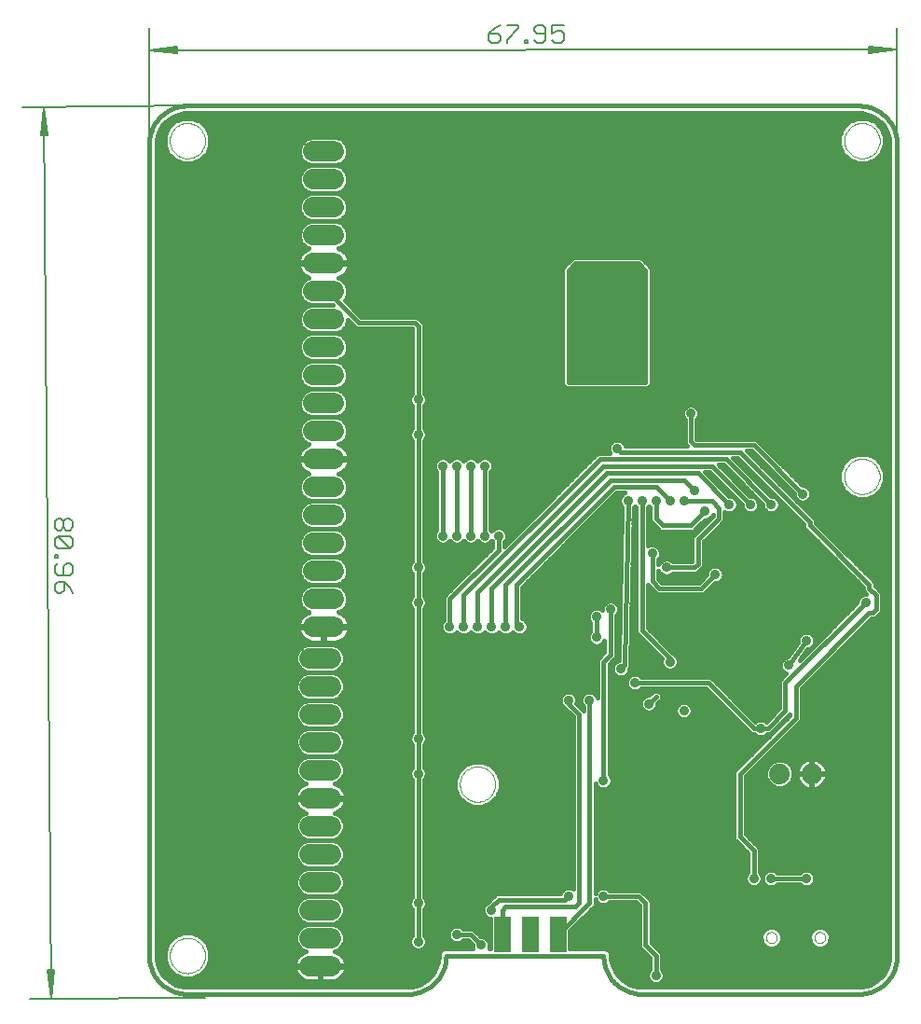
<source format=gbl>
G75*
G70*
%OFA0B0*%
%FSLAX24Y24*%
%IPPOS*%
%LPD*%
%AMOC8*
5,1,8,0,0,1.08239X$1,22.5*
%
%ADD10C,0.0160*%
%ADD11C,0.0051*%
%ADD12C,0.0060*%
%ADD13C,0.0000*%
%ADD14R,0.0600X0.1300*%
%ADD15C,0.0740*%
%ADD16C,0.0740*%
%ADD17C,0.0356*%
%ADD18C,0.0660*%
D10*
X004642Y002930D02*
X004642Y031925D01*
X004902Y031930D02*
X004912Y032076D01*
X004987Y032357D01*
X005132Y032609D01*
X005338Y032815D01*
X005590Y032960D01*
X005871Y033035D01*
X006017Y033045D01*
X030017Y033045D01*
X030163Y033035D01*
X030444Y032960D01*
X030696Y032815D01*
X030902Y032609D01*
X031047Y032357D01*
X031122Y032076D01*
X031132Y031930D01*
X031132Y002930D01*
X031122Y002784D01*
X031047Y002503D01*
X030902Y002251D01*
X030696Y002045D01*
X030444Y001900D01*
X030163Y001825D01*
X030017Y001815D01*
X022267Y001815D01*
X022121Y001825D01*
X021840Y001900D01*
X021588Y002045D01*
X021382Y002251D01*
X021237Y002503D01*
X021162Y002784D01*
X021152Y002930D01*
X021152Y002982D01*
X021112Y003077D01*
X021039Y003150D01*
X020944Y003190D01*
X019697Y003190D01*
X019697Y003813D01*
X020602Y004718D01*
X020602Y004950D01*
X020631Y004880D01*
X020717Y004794D01*
X020831Y004747D01*
X020953Y004747D01*
X021066Y004794D01*
X021118Y004845D01*
X022055Y004845D01*
X022182Y004718D01*
X022182Y003218D01*
X022557Y002843D01*
X022557Y002440D01*
X022506Y002389D01*
X022459Y002276D01*
X022459Y002153D01*
X022506Y002040D01*
X022592Y001953D01*
X022706Y001906D01*
X022828Y001906D01*
X022941Y001953D01*
X023028Y002040D01*
X023075Y002153D01*
X023075Y002276D01*
X023028Y002389D01*
X022977Y002440D01*
X022977Y003017D01*
X022854Y003140D01*
X022602Y003392D01*
X022602Y004892D01*
X022479Y005015D01*
X022229Y005265D01*
X021118Y005265D01*
X021066Y005316D01*
X020953Y005363D01*
X020831Y005363D01*
X020717Y005316D01*
X020631Y005230D01*
X020602Y005160D01*
X020602Y009075D01*
X020631Y009005D01*
X020717Y008919D01*
X020831Y008872D01*
X020953Y008872D01*
X021066Y008919D01*
X021153Y009005D01*
X021200Y009119D01*
X021200Y009241D01*
X021153Y009355D01*
X021102Y009406D01*
X021102Y013343D01*
X021229Y013470D01*
X021352Y013593D01*
X021352Y015079D01*
X021403Y015130D01*
X021450Y015244D01*
X021450Y015366D01*
X021403Y015480D01*
X021316Y015566D01*
X021203Y015613D01*
X021081Y015613D01*
X020967Y015566D01*
X020881Y015480D01*
X020834Y015366D01*
X020834Y015299D01*
X020816Y015316D01*
X020703Y015363D01*
X020581Y015363D01*
X020467Y015316D01*
X020381Y015230D01*
X020334Y015116D01*
X020334Y014994D01*
X020381Y014880D01*
X020432Y014829D01*
X020432Y014531D01*
X020381Y014480D01*
X020334Y014366D01*
X020334Y014244D01*
X020381Y014130D01*
X020467Y014044D01*
X020581Y013997D01*
X020703Y013997D01*
X020816Y014044D01*
X020903Y014130D01*
X020932Y014200D01*
X020932Y013767D01*
X020682Y013517D01*
X020682Y012160D01*
X020653Y012230D01*
X020566Y012316D01*
X020453Y012363D01*
X020331Y012363D01*
X020217Y012316D01*
X020131Y012230D01*
X020084Y012116D01*
X020084Y011994D01*
X020131Y011880D01*
X020182Y011829D01*
X020182Y011687D01*
X020104Y011765D01*
X019928Y011941D01*
X019950Y011994D01*
X019950Y012116D01*
X019903Y012230D01*
X019816Y012316D01*
X019703Y012363D01*
X019581Y012363D01*
X019467Y012316D01*
X019381Y012230D01*
X019334Y012116D01*
X019334Y011994D01*
X019381Y011880D01*
X019467Y011794D01*
X019491Y011784D01*
X019807Y011468D01*
X019807Y005320D01*
X019703Y005363D01*
X019581Y005363D01*
X019467Y005316D01*
X019381Y005230D01*
X019344Y005140D01*
X017055Y005140D01*
X016932Y005017D01*
X016741Y004826D01*
X016717Y004816D01*
X016631Y004730D01*
X016584Y004616D01*
X016584Y004494D01*
X016631Y004380D01*
X016717Y004294D01*
X016831Y004247D01*
X016837Y004247D01*
X016837Y003190D01*
X016803Y003190D01*
X016825Y003244D01*
X016825Y003366D01*
X016778Y003480D01*
X016691Y003566D01*
X016578Y003613D01*
X016506Y003613D01*
X016229Y003890D01*
X015868Y003890D01*
X015816Y003941D01*
X015703Y003988D01*
X015581Y003988D01*
X015467Y003941D01*
X015381Y003855D01*
X015334Y003741D01*
X015334Y003619D01*
X015381Y003505D01*
X015467Y003419D01*
X015581Y003372D01*
X015703Y003372D01*
X015816Y003419D01*
X015868Y003470D01*
X016055Y003470D01*
X016209Y003316D01*
X016209Y003244D01*
X016231Y003190D01*
X015215Y003190D01*
X015120Y003150D01*
X015047Y003077D01*
X015007Y002982D01*
X015007Y002930D01*
X014997Y002784D01*
X014922Y002503D01*
X014777Y002251D01*
X014571Y002045D01*
X014319Y001900D01*
X014038Y001825D01*
X013892Y001815D01*
X006017Y001815D01*
X005871Y001825D01*
X005590Y001900D01*
X005338Y002045D01*
X005132Y002251D01*
X004987Y002503D01*
X004912Y002784D01*
X004902Y002930D01*
X004902Y031930D01*
X004907Y032000D02*
X005207Y032000D01*
X005207Y031894D02*
X005330Y031596D01*
X005558Y031368D01*
X005856Y031245D01*
X006178Y031245D01*
X006476Y031368D01*
X006704Y031596D01*
X006827Y031894D01*
X006827Y032216D01*
X006704Y032514D01*
X006476Y032742D01*
X006178Y032865D01*
X005856Y032865D01*
X005558Y032742D01*
X005330Y032514D01*
X005207Y032216D01*
X005207Y031894D01*
X005229Y031842D02*
X004902Y031842D01*
X004902Y031683D02*
X005294Y031683D01*
X005402Y031525D02*
X004902Y031525D01*
X004902Y031366D02*
X005563Y031366D01*
X004902Y031208D02*
X010355Y031208D01*
X010423Y031180D02*
X010239Y031256D01*
X010098Y031397D01*
X010022Y031581D01*
X010022Y031779D01*
X010098Y031963D01*
X010239Y032104D01*
X010423Y032180D01*
X011361Y032180D01*
X011545Y032104D01*
X011686Y031963D01*
X011762Y031779D01*
X011762Y031581D01*
X011686Y031397D01*
X011545Y031256D01*
X011361Y031180D01*
X010423Y031180D01*
X010239Y031104D01*
X010098Y030963D01*
X010022Y030779D01*
X010022Y030581D01*
X010098Y030397D01*
X010239Y030256D01*
X010423Y030180D01*
X011361Y030180D01*
X011545Y030256D01*
X011686Y030397D01*
X011762Y030581D01*
X011762Y030779D01*
X011686Y030963D01*
X011545Y031104D01*
X011361Y031180D01*
X010423Y031180D01*
X010184Y031049D02*
X004902Y031049D01*
X004902Y030891D02*
X010068Y030891D01*
X010022Y030732D02*
X004902Y030732D01*
X004902Y030574D02*
X010025Y030574D01*
X010090Y030415D02*
X004902Y030415D01*
X004902Y030257D02*
X010238Y030257D01*
X010239Y030104D02*
X010098Y029963D01*
X010022Y029779D01*
X010022Y029581D01*
X010098Y029397D01*
X010239Y029256D01*
X010423Y029180D01*
X010239Y029104D01*
X010098Y028963D01*
X010022Y028779D01*
X010022Y028581D01*
X010098Y028397D01*
X010239Y028256D01*
X010360Y028206D01*
X010311Y028190D01*
X010234Y028150D01*
X010164Y028100D01*
X010102Y028038D01*
X004902Y028038D01*
X004902Y028196D02*
X010332Y028196D01*
X010140Y028355D02*
X004902Y028355D01*
X004902Y028513D02*
X010050Y028513D01*
X010022Y028672D02*
X004902Y028672D01*
X004902Y028830D02*
X010043Y028830D01*
X010124Y028989D02*
X004902Y028989D01*
X004902Y029147D02*
X010344Y029147D01*
X010423Y029180D02*
X011361Y029180D01*
X011545Y029104D01*
X011686Y028963D01*
X011762Y028779D01*
X011762Y028581D01*
X011686Y028397D01*
X011545Y028256D01*
X011424Y028206D01*
X011473Y028190D01*
X011550Y028150D01*
X011620Y028100D01*
X011681Y028038D01*
X011732Y027968D01*
X011772Y027891D01*
X011798Y027809D01*
X011812Y027723D01*
X011812Y027710D01*
X010922Y027710D01*
X010922Y027650D01*
X011812Y027650D01*
X011812Y027637D01*
X011798Y027551D01*
X011772Y027469D01*
X011732Y027392D01*
X011681Y027322D01*
X011620Y027260D01*
X011550Y027210D01*
X011473Y027170D01*
X011424Y027154D01*
X011545Y027104D01*
X011686Y026963D01*
X011762Y026779D01*
X011762Y026581D01*
X011686Y026397D01*
X011642Y026352D01*
X012229Y025765D01*
X014229Y025765D01*
X014354Y025640D01*
X014477Y025517D01*
X014477Y023031D01*
X014528Y022980D01*
X014575Y022866D01*
X014575Y022744D01*
X014528Y022630D01*
X014477Y022579D01*
X014477Y021781D01*
X014528Y021730D01*
X014575Y021616D01*
X014575Y021494D01*
X014528Y021380D01*
X014477Y021329D01*
X014477Y017031D01*
X014528Y016980D01*
X014575Y016866D01*
X014575Y016744D01*
X014528Y016630D01*
X014477Y016579D01*
X014477Y015781D01*
X014528Y015730D01*
X014575Y015616D01*
X014575Y015494D01*
X014528Y015380D01*
X014477Y015329D01*
X014477Y010906D01*
X014528Y010855D01*
X014575Y010741D01*
X014575Y010619D01*
X014528Y010505D01*
X014477Y010454D01*
X014477Y009656D01*
X014528Y009605D01*
X014575Y009491D01*
X014575Y009369D01*
X014528Y009255D01*
X014477Y009204D01*
X014477Y005031D01*
X014528Y004980D01*
X014575Y004866D01*
X014575Y004744D01*
X014528Y004630D01*
X014477Y004579D01*
X014477Y003656D01*
X014528Y003605D01*
X014575Y003491D01*
X014575Y003369D01*
X014528Y003255D01*
X014441Y003169D01*
X014328Y003122D01*
X014206Y003122D01*
X014092Y003169D01*
X014006Y003255D01*
X013959Y003369D01*
X013959Y003491D01*
X014006Y003605D01*
X014057Y003656D01*
X014057Y004579D01*
X014006Y004630D01*
X013959Y004744D01*
X013959Y004866D01*
X014006Y004980D01*
X014057Y005031D01*
X014057Y009204D01*
X014006Y009255D01*
X013959Y009369D01*
X013959Y009491D01*
X014006Y009605D01*
X014057Y009656D01*
X014057Y010454D01*
X014006Y010505D01*
X013959Y010619D01*
X013959Y010741D01*
X014006Y010855D01*
X014057Y010906D01*
X014057Y015329D01*
X014006Y015380D01*
X013959Y015494D01*
X013959Y015616D01*
X014006Y015730D01*
X014057Y015781D01*
X014057Y016579D01*
X014006Y016630D01*
X013959Y016744D01*
X013959Y016866D01*
X014006Y016980D01*
X014057Y017031D01*
X014057Y021329D01*
X014006Y021380D01*
X013959Y021494D01*
X013959Y021616D01*
X014006Y021730D01*
X014057Y021781D01*
X014057Y022579D01*
X014006Y022630D01*
X013959Y022744D01*
X013959Y022866D01*
X014006Y022980D01*
X014057Y023031D01*
X014057Y025343D01*
X014055Y025345D01*
X012055Y025345D01*
X011932Y025468D01*
X011762Y025638D01*
X011762Y025581D01*
X011686Y025397D01*
X011545Y025256D01*
X011361Y025180D01*
X010423Y025180D01*
X010239Y025256D01*
X010098Y025397D01*
X010022Y025581D01*
X010022Y025779D01*
X010098Y025963D01*
X010239Y026104D01*
X010423Y026180D01*
X011220Y026180D01*
X011220Y026180D01*
X010423Y026180D01*
X010239Y026256D01*
X010098Y026397D01*
X010022Y026581D01*
X010022Y026779D01*
X010098Y026963D01*
X010239Y027104D01*
X010360Y027154D01*
X010311Y027170D01*
X010234Y027210D01*
X010164Y027260D01*
X010102Y027322D01*
X010052Y027392D01*
X010012Y027469D01*
X009986Y027551D01*
X009972Y027637D01*
X009972Y027650D01*
X010862Y027650D01*
X010862Y027710D01*
X009972Y027710D01*
X009972Y027723D01*
X009986Y027809D01*
X010012Y027891D01*
X010052Y027968D01*
X010102Y028038D01*
X010008Y027879D02*
X004902Y027879D01*
X004902Y027721D02*
X009972Y027721D01*
X009984Y027562D02*
X004902Y027562D01*
X004902Y027404D02*
X010045Y027404D01*
X010184Y027245D02*
X004902Y027245D01*
X004902Y027087D02*
X010222Y027087D01*
X010084Y026928D02*
X004902Y026928D01*
X004902Y026770D02*
X010022Y026770D01*
X010022Y026611D02*
X004902Y026611D01*
X004902Y026453D02*
X010075Y026453D01*
X010200Y026294D02*
X004902Y026294D01*
X004902Y026136D02*
X010316Y026136D01*
X010112Y025977D02*
X004902Y025977D01*
X004902Y025819D02*
X010038Y025819D01*
X010022Y025660D02*
X004902Y025660D01*
X004902Y025502D02*
X010055Y025502D01*
X010151Y025343D02*
X004902Y025343D01*
X004902Y025185D02*
X010411Y025185D01*
X010423Y025180D02*
X010239Y025104D01*
X010098Y024963D01*
X010022Y024779D01*
X010022Y024581D01*
X010098Y024397D01*
X010239Y024256D01*
X010423Y024180D01*
X010239Y024104D01*
X010098Y023963D01*
X010022Y023779D01*
X010022Y023581D01*
X010098Y023397D01*
X010239Y023256D01*
X010423Y023180D01*
X011361Y023180D01*
X011545Y023256D01*
X011686Y023397D01*
X011762Y023581D01*
X011762Y023779D01*
X011686Y023963D01*
X011545Y024104D01*
X011361Y024180D01*
X010423Y024180D01*
X011361Y024180D01*
X011545Y024256D01*
X011686Y024397D01*
X011762Y024581D01*
X011762Y024779D01*
X011686Y024963D01*
X011545Y025104D01*
X011361Y025180D01*
X010423Y025180D01*
X010161Y025026D02*
X004902Y025026D01*
X004902Y024868D02*
X010059Y024868D01*
X010022Y024709D02*
X004902Y024709D01*
X004902Y024551D02*
X010034Y024551D01*
X010102Y024392D02*
X004902Y024392D01*
X004902Y024234D02*
X010292Y024234D01*
X010210Y024075D02*
X004902Y024075D01*
X004902Y023917D02*
X010079Y023917D01*
X010022Y023758D02*
X004902Y023758D01*
X004902Y023600D02*
X010022Y023600D01*
X010080Y023441D02*
X004902Y023441D01*
X004902Y023283D02*
X010212Y023283D01*
X010288Y023124D02*
X004902Y023124D01*
X004902Y022966D02*
X010101Y022966D01*
X010098Y022963D02*
X010022Y022779D01*
X010022Y022581D01*
X010098Y022397D01*
X010239Y022256D01*
X010423Y022180D01*
X010239Y022104D01*
X010098Y021963D01*
X010022Y021779D01*
X010022Y021581D01*
X010098Y021397D01*
X010239Y021256D01*
X010360Y021206D01*
X010311Y021190D01*
X010234Y021150D01*
X010164Y021100D01*
X010102Y021038D01*
X010052Y020968D01*
X010012Y020891D01*
X009986Y020809D01*
X009972Y020723D01*
X009972Y020710D01*
X010862Y020710D01*
X010862Y020650D01*
X009972Y020650D01*
X009972Y020637D01*
X009986Y020551D01*
X010012Y020469D01*
X010052Y020392D01*
X010102Y020322D01*
X010164Y020260D01*
X010234Y020210D01*
X010311Y020170D01*
X010360Y020154D01*
X010239Y020104D01*
X010098Y019963D01*
X010022Y019779D01*
X010022Y019581D01*
X010098Y019397D01*
X010239Y019256D01*
X010423Y019180D01*
X010239Y019104D01*
X010098Y018963D01*
X010022Y018779D01*
X010022Y018581D01*
X010098Y018397D01*
X010239Y018256D01*
X010423Y018180D01*
X010239Y018104D01*
X010098Y017963D01*
X010022Y017779D01*
X010022Y017581D01*
X010098Y017397D01*
X010239Y017256D01*
X010423Y017180D01*
X011361Y017180D01*
X011545Y017256D01*
X011686Y017397D01*
X011762Y017581D01*
X011762Y017779D01*
X011686Y017963D01*
X011545Y018104D01*
X011361Y018180D01*
X010423Y018180D01*
X011361Y018180D01*
X011545Y018256D01*
X011686Y018397D01*
X011762Y018581D01*
X011762Y018779D01*
X011686Y018963D01*
X011545Y019104D01*
X011361Y019180D01*
X010423Y019180D01*
X011361Y019180D01*
X011545Y019256D01*
X011686Y019397D01*
X011762Y019581D01*
X011762Y019779D01*
X011686Y019963D01*
X011545Y020104D01*
X011424Y020154D01*
X011473Y020170D01*
X011550Y020210D01*
X011620Y020260D01*
X011681Y020322D01*
X011732Y020392D01*
X011772Y020469D01*
X011798Y020551D01*
X011812Y020637D01*
X011812Y020650D01*
X010922Y020650D01*
X010922Y020710D01*
X011812Y020710D01*
X011812Y020723D01*
X011798Y020809D01*
X011772Y020891D01*
X011732Y020968D01*
X011681Y021038D01*
X011620Y021100D01*
X011550Y021150D01*
X011473Y021190D01*
X011424Y021206D01*
X011545Y021256D01*
X011686Y021397D01*
X011762Y021581D01*
X011762Y021779D01*
X011686Y021963D01*
X011545Y022104D01*
X011361Y022180D01*
X010423Y022180D01*
X011361Y022180D01*
X011545Y022256D01*
X011686Y022397D01*
X011762Y022581D01*
X011762Y022779D01*
X011686Y022963D01*
X011545Y023104D01*
X011361Y023180D01*
X010423Y023180D01*
X010239Y023104D01*
X010098Y022963D01*
X010034Y022807D02*
X004902Y022807D01*
X004902Y022649D02*
X010022Y022649D01*
X010059Y022490D02*
X004902Y022490D01*
X004902Y022332D02*
X010163Y022332D01*
X010407Y022173D02*
X004902Y022173D01*
X004902Y022015D02*
X010150Y022015D01*
X010054Y021856D02*
X004902Y021856D01*
X004902Y021698D02*
X010022Y021698D01*
X010039Y021539D02*
X004902Y021539D01*
X004902Y021381D02*
X010114Y021381D01*
X010320Y021222D02*
X004902Y021222D01*
X004902Y021064D02*
X010128Y021064D01*
X010020Y020905D02*
X004902Y020905D01*
X004902Y020747D02*
X009976Y020747D01*
X009980Y020588D02*
X004902Y020588D01*
X004902Y020430D02*
X010032Y020430D01*
X010153Y020271D02*
X004902Y020271D01*
X004902Y020113D02*
X010261Y020113D01*
X010094Y019954D02*
X004902Y019954D01*
X004902Y019796D02*
X010029Y019796D01*
X010022Y019637D02*
X004902Y019637D01*
X004902Y019479D02*
X010064Y019479D01*
X010174Y019320D02*
X004902Y019320D01*
X004902Y019162D02*
X010379Y019162D01*
X010138Y019003D02*
X004902Y019003D01*
X004902Y018845D02*
X010049Y018845D01*
X010022Y018686D02*
X004902Y018686D01*
X004902Y018528D02*
X010044Y018528D01*
X010125Y018369D02*
X004902Y018369D01*
X004902Y018211D02*
X010348Y018211D01*
X010187Y018052D02*
X004902Y018052D01*
X004902Y017894D02*
X010069Y017894D01*
X010022Y017735D02*
X004902Y017735D01*
X004902Y017577D02*
X010023Y017577D01*
X010089Y017418D02*
X004902Y017418D01*
X004902Y017260D02*
X010235Y017260D01*
X010239Y017104D02*
X010098Y016963D01*
X010022Y016779D01*
X010022Y016581D01*
X010098Y016397D01*
X010239Y016256D01*
X010423Y016180D01*
X010239Y016104D01*
X010098Y015963D01*
X010022Y015779D01*
X010022Y015581D01*
X010098Y015397D01*
X010239Y015256D01*
X010360Y015206D01*
X010311Y015190D01*
X010234Y015150D01*
X010164Y015100D01*
X010102Y015038D01*
X010052Y014968D01*
X010012Y014891D01*
X009986Y014809D01*
X009972Y014723D01*
X009972Y014710D01*
X010862Y014710D01*
X010862Y014650D01*
X010922Y014650D01*
X010922Y014710D01*
X011812Y014710D01*
X011812Y014723D01*
X011798Y014809D01*
X011772Y014891D01*
X011732Y014968D01*
X011681Y015038D01*
X011620Y015100D01*
X011550Y015150D01*
X011473Y015190D01*
X011424Y015206D01*
X011545Y015256D01*
X011686Y015397D01*
X011762Y015581D01*
X011762Y015779D01*
X011686Y015963D01*
X011545Y016104D01*
X011361Y016180D01*
X010423Y016180D01*
X011361Y016180D01*
X011545Y016256D01*
X011686Y016397D01*
X011762Y016581D01*
X011762Y016779D01*
X011686Y016963D01*
X011545Y017104D01*
X011361Y017180D01*
X010423Y017180D01*
X010239Y017104D01*
X010236Y017101D02*
X004902Y017101D01*
X004902Y016943D02*
X010090Y016943D01*
X010024Y016784D02*
X004902Y016784D01*
X004902Y016626D02*
X010022Y016626D01*
X010069Y016467D02*
X004902Y016467D01*
X004902Y016309D02*
X010186Y016309D01*
X010351Y016150D02*
X004902Y016150D01*
X004902Y015992D02*
X010127Y015992D01*
X010044Y015833D02*
X004902Y015833D01*
X004902Y015675D02*
X010022Y015675D01*
X010049Y015516D02*
X004902Y015516D01*
X004902Y015358D02*
X010137Y015358D01*
X010341Y015199D02*
X004902Y015199D01*
X004902Y015041D02*
X010105Y015041D01*
X010009Y014882D02*
X004902Y014882D01*
X004902Y014724D02*
X009972Y014724D01*
X009972Y014650D02*
X009972Y014637D01*
X009986Y014551D01*
X010012Y014469D01*
X010052Y014392D01*
X010102Y014322D01*
X010164Y014260D01*
X010234Y014210D01*
X010311Y014170D01*
X010393Y014144D01*
X010479Y014130D01*
X010862Y014130D01*
X010862Y014650D01*
X009972Y014650D01*
X009983Y014565D02*
X004902Y014565D01*
X004902Y014407D02*
X010044Y014407D01*
X010180Y014248D02*
X004902Y014248D01*
X004902Y014090D02*
X014057Y014090D01*
X014057Y014248D02*
X011604Y014248D01*
X011620Y014260D02*
X011550Y014210D01*
X011473Y014170D01*
X011391Y014144D01*
X011305Y014130D01*
X010922Y014130D01*
X010922Y014650D01*
X011812Y014650D01*
X011812Y014637D01*
X011798Y014551D01*
X011772Y014469D01*
X011732Y014392D01*
X011681Y014322D01*
X011620Y014260D01*
X011740Y014407D02*
X014057Y014407D01*
X014057Y014565D02*
X011801Y014565D01*
X011812Y014724D02*
X014057Y014724D01*
X014057Y014882D02*
X011775Y014882D01*
X011679Y015041D02*
X014057Y015041D01*
X014057Y015199D02*
X011443Y015199D01*
X011647Y015358D02*
X014028Y015358D01*
X013959Y015516D02*
X011735Y015516D01*
X011762Y015675D02*
X013983Y015675D01*
X014057Y015833D02*
X011740Y015833D01*
X011657Y015992D02*
X014057Y015992D01*
X014057Y016150D02*
X011433Y016150D01*
X011598Y016309D02*
X014057Y016309D01*
X014057Y016467D02*
X011715Y016467D01*
X011762Y016626D02*
X014010Y016626D01*
X013959Y016784D02*
X011760Y016784D01*
X011694Y016943D02*
X013991Y016943D01*
X014057Y017101D02*
X011548Y017101D01*
X011549Y017260D02*
X014057Y017260D01*
X014057Y017418D02*
X011695Y017418D01*
X011760Y017577D02*
X014057Y017577D01*
X014057Y017735D02*
X011762Y017735D01*
X011715Y017894D02*
X014057Y017894D01*
X014057Y018052D02*
X011597Y018052D01*
X011436Y018211D02*
X014057Y018211D01*
X014057Y018369D02*
X011658Y018369D01*
X011740Y018528D02*
X014057Y018528D01*
X014057Y018686D02*
X011762Y018686D01*
X011735Y018845D02*
X014057Y018845D01*
X014057Y019003D02*
X011646Y019003D01*
X011405Y019162D02*
X014057Y019162D01*
X014057Y019320D02*
X011609Y019320D01*
X011720Y019479D02*
X014057Y019479D01*
X014057Y019637D02*
X011762Y019637D01*
X011755Y019796D02*
X014057Y019796D01*
X014057Y019954D02*
X011689Y019954D01*
X011523Y020113D02*
X014057Y020113D01*
X014057Y020271D02*
X011631Y020271D01*
X011752Y020430D02*
X014057Y020430D01*
X014057Y020588D02*
X011804Y020588D01*
X011808Y020747D02*
X014057Y020747D01*
X014057Y020905D02*
X011764Y020905D01*
X011656Y021064D02*
X014057Y021064D01*
X014057Y021222D02*
X011464Y021222D01*
X011670Y021381D02*
X014006Y021381D01*
X013959Y021539D02*
X011745Y021539D01*
X011762Y021698D02*
X013993Y021698D01*
X014057Y021856D02*
X011730Y021856D01*
X011634Y022015D02*
X014057Y022015D01*
X014057Y022173D02*
X011377Y022173D01*
X011621Y022332D02*
X014057Y022332D01*
X014057Y022490D02*
X011725Y022490D01*
X011762Y022649D02*
X013998Y022649D01*
X013959Y022807D02*
X011750Y022807D01*
X011683Y022966D02*
X014000Y022966D01*
X014057Y023124D02*
X011496Y023124D01*
X011572Y023283D02*
X014057Y023283D01*
X014057Y023441D02*
X011704Y023441D01*
X011762Y023600D02*
X014057Y023600D01*
X014057Y023758D02*
X011762Y023758D01*
X011705Y023917D02*
X014057Y023917D01*
X014057Y024075D02*
X011574Y024075D01*
X011492Y024234D02*
X014057Y024234D01*
X014057Y024392D02*
X011681Y024392D01*
X011750Y024551D02*
X014057Y024551D01*
X014057Y024709D02*
X011762Y024709D01*
X011725Y024868D02*
X014057Y024868D01*
X014057Y025026D02*
X011623Y025026D01*
X011373Y025185D02*
X014057Y025185D01*
X014057Y025343D02*
X011632Y025343D01*
X011729Y025502D02*
X011898Y025502D01*
X012142Y025555D02*
X014142Y025555D01*
X014267Y025430D01*
X014267Y022805D01*
X014267Y021555D01*
X014267Y016805D01*
X014267Y015555D01*
X014267Y010680D01*
X014267Y009430D01*
X014267Y004805D01*
X014267Y003430D01*
X014552Y003312D02*
X016209Y003312D01*
X016517Y003305D02*
X016142Y003680D01*
X015642Y003680D01*
X015353Y003787D02*
X014477Y003787D01*
X014477Y003946D02*
X015479Y003946D01*
X015805Y003946D02*
X016837Y003946D01*
X016837Y004104D02*
X014477Y004104D01*
X014477Y004263D02*
X016792Y004263D01*
X016614Y004421D02*
X014477Y004421D01*
X014478Y004580D02*
X016584Y004580D01*
X016640Y004738D02*
X014573Y004738D01*
X014562Y004897D02*
X016812Y004897D01*
X016970Y005055D02*
X014477Y005055D01*
X014477Y005214D02*
X019374Y005214D01*
X019642Y005055D02*
X019517Y004930D01*
X017142Y004930D01*
X016892Y004680D01*
X016892Y004555D01*
X017267Y004555D02*
X017267Y003680D01*
X016837Y003629D02*
X016490Y003629D01*
X016332Y003787D02*
X016837Y003787D01*
X016837Y003470D02*
X016782Y003470D01*
X016825Y003312D02*
X016837Y003312D01*
X017267Y004555D02*
X017392Y004680D01*
X019892Y004680D01*
X020017Y004805D01*
X020017Y011555D01*
X019642Y011930D01*
X019642Y012055D01*
X019920Y012188D02*
X020114Y012188D01*
X020084Y012029D02*
X019950Y012029D01*
X019998Y011871D02*
X020140Y011871D01*
X020157Y011712D02*
X020182Y011712D01*
X020392Y012055D02*
X020392Y004805D01*
X019267Y003680D01*
X019697Y003629D02*
X022182Y003629D01*
X022182Y003787D02*
X019697Y003787D01*
X019830Y003946D02*
X022182Y003946D01*
X022182Y004104D02*
X019988Y004104D01*
X020147Y004263D02*
X022182Y004263D01*
X022182Y004421D02*
X020305Y004421D01*
X020464Y004580D02*
X022182Y004580D01*
X022162Y004738D02*
X020602Y004738D01*
X020602Y004897D02*
X020624Y004897D01*
X020892Y005055D02*
X022142Y005055D01*
X022392Y004805D01*
X022392Y003305D01*
X022767Y002930D01*
X022767Y002214D01*
X023075Y002202D02*
X030853Y002202D01*
X030965Y002361D02*
X023040Y002361D01*
X022977Y002519D02*
X031051Y002519D01*
X031094Y002678D02*
X022977Y002678D01*
X022977Y002836D02*
X031126Y002836D01*
X031132Y002995D02*
X022977Y002995D01*
X022841Y003153D02*
X031132Y003153D01*
X031132Y003312D02*
X028904Y003312D01*
X028953Y003360D02*
X029010Y003499D01*
X029010Y003649D01*
X028953Y003787D01*
X028847Y003893D01*
X028708Y003951D01*
X028558Y003951D01*
X028420Y003893D01*
X028314Y003787D01*
X028256Y003649D01*
X028256Y003499D01*
X028314Y003360D01*
X028420Y003254D01*
X028558Y003197D01*
X028708Y003197D01*
X028847Y003254D01*
X028953Y003360D01*
X028998Y003470D02*
X031132Y003470D01*
X031132Y003629D02*
X029010Y003629D01*
X028952Y003787D02*
X031132Y003787D01*
X031132Y003946D02*
X028719Y003946D01*
X028547Y003946D02*
X026987Y003946D01*
X026976Y003951D02*
X026826Y003951D01*
X026687Y003893D01*
X026581Y003787D01*
X026524Y003649D01*
X026524Y003499D01*
X026581Y003360D01*
X026687Y003254D01*
X026826Y003197D01*
X026976Y003197D01*
X027114Y003254D01*
X027220Y003360D01*
X027278Y003499D01*
X027278Y003649D01*
X027220Y003787D01*
X027114Y003893D01*
X026976Y003951D01*
X026815Y003946D02*
X022602Y003946D01*
X022602Y004104D02*
X031132Y004104D01*
X031132Y004263D02*
X022602Y004263D01*
X022602Y004421D02*
X031132Y004421D01*
X031132Y004580D02*
X022602Y004580D01*
X022602Y004738D02*
X031132Y004738D01*
X031132Y004897D02*
X022597Y004897D01*
X022439Y005055D02*
X031132Y005055D01*
X031132Y005214D02*
X022280Y005214D01*
X022602Y003787D02*
X026582Y003787D01*
X026524Y003629D02*
X022602Y003629D01*
X022602Y003470D02*
X026536Y003470D01*
X026630Y003312D02*
X022682Y003312D01*
X022405Y002995D02*
X021147Y002995D01*
X021158Y002836D02*
X022557Y002836D01*
X022557Y002678D02*
X021190Y002678D01*
X021233Y002519D02*
X022557Y002519D01*
X022494Y002361D02*
X021319Y002361D01*
X021431Y002202D02*
X022459Y002202D01*
X022504Y002044D02*
X021591Y002044D01*
X021894Y001885D02*
X030390Y001885D01*
X030693Y002044D02*
X023030Y002044D01*
X022267Y001555D02*
X030017Y001555D01*
X030089Y001557D01*
X030161Y001563D01*
X030232Y001572D01*
X030303Y001585D01*
X030373Y001602D01*
X030442Y001622D01*
X030510Y001646D01*
X030576Y001674D01*
X030641Y001705D01*
X030705Y001739D01*
X030766Y001777D01*
X030825Y001818D01*
X030882Y001861D01*
X030937Y001908D01*
X030989Y001958D01*
X031039Y002010D01*
X031086Y002065D01*
X031129Y002122D01*
X031170Y002181D01*
X031208Y002243D01*
X031242Y002306D01*
X031273Y002371D01*
X031301Y002437D01*
X031325Y002505D01*
X031345Y002574D01*
X031362Y002644D01*
X031375Y002715D01*
X031384Y002786D01*
X031390Y002858D01*
X031392Y002930D01*
X031392Y002805D02*
X031392Y031930D01*
X031127Y032000D02*
X030952Y032000D01*
X030952Y031894D02*
X030829Y031596D01*
X030601Y031368D01*
X030303Y031245D01*
X029981Y031245D01*
X029683Y031368D01*
X029455Y031596D01*
X029332Y031894D01*
X029332Y032216D01*
X029455Y032514D01*
X029683Y032742D01*
X029981Y032865D01*
X030303Y032865D01*
X030601Y032742D01*
X030829Y032514D01*
X030952Y032216D01*
X030952Y031894D01*
X030930Y031842D02*
X031132Y031842D01*
X031132Y031683D02*
X030865Y031683D01*
X030757Y031525D02*
X031132Y031525D01*
X031132Y031366D02*
X030596Y031366D01*
X031132Y031208D02*
X011429Y031208D01*
X011600Y031049D02*
X031132Y031049D01*
X031132Y030891D02*
X011716Y030891D01*
X011762Y030732D02*
X031132Y030732D01*
X031132Y030574D02*
X011759Y030574D01*
X011694Y030415D02*
X031132Y030415D01*
X031132Y030257D02*
X011546Y030257D01*
X011545Y030104D02*
X011361Y030180D01*
X010423Y030180D01*
X010239Y030104D01*
X010233Y030098D02*
X004902Y030098D01*
X004902Y029940D02*
X010088Y029940D01*
X010023Y029781D02*
X004902Y029781D01*
X004902Y029623D02*
X010022Y029623D01*
X010070Y029464D02*
X004902Y029464D01*
X004902Y029306D02*
X010189Y029306D01*
X010423Y029180D02*
X011361Y029180D01*
X011545Y029256D01*
X011686Y029397D01*
X011762Y029581D01*
X011762Y029779D01*
X011686Y029963D01*
X011545Y030104D01*
X011551Y030098D02*
X031132Y030098D01*
X031132Y029940D02*
X011695Y029940D01*
X011761Y029781D02*
X031132Y029781D01*
X031132Y029623D02*
X011762Y029623D01*
X011714Y029464D02*
X031132Y029464D01*
X031132Y029306D02*
X011595Y029306D01*
X011440Y029147D02*
X031132Y029147D01*
X031132Y028989D02*
X011660Y028989D01*
X011741Y028830D02*
X031132Y028830D01*
X031132Y028672D02*
X011762Y028672D01*
X011734Y028513D02*
X031132Y028513D01*
X031132Y028355D02*
X011644Y028355D01*
X011452Y028196D02*
X031132Y028196D01*
X031132Y028038D02*
X011682Y028038D01*
X011775Y027879D02*
X019794Y027879D01*
X019805Y027890D02*
X019555Y027640D01*
X019432Y027517D01*
X019432Y023343D01*
X019555Y023220D01*
X019729Y023220D01*
X022305Y023220D01*
X022479Y023220D01*
X022602Y023343D01*
X022602Y027517D01*
X022352Y027767D01*
X022229Y027890D01*
X019805Y027890D01*
X019892Y027680D02*
X019642Y027430D01*
X019642Y023430D01*
X022392Y023430D01*
X022392Y027430D01*
X022142Y027680D01*
X019892Y027680D01*
X019774Y027562D02*
X022260Y027562D01*
X022392Y027404D02*
X019642Y027404D01*
X019642Y027245D02*
X022392Y027245D01*
X022392Y027087D02*
X019642Y027087D01*
X019642Y026928D02*
X022392Y026928D01*
X022392Y026770D02*
X019642Y026770D01*
X019642Y026611D02*
X022392Y026611D01*
X022392Y026453D02*
X019642Y026453D01*
X019642Y026294D02*
X022392Y026294D01*
X022392Y026136D02*
X019642Y026136D01*
X019642Y025977D02*
X022392Y025977D01*
X022392Y025819D02*
X019642Y025819D01*
X019642Y025660D02*
X022392Y025660D01*
X022392Y025502D02*
X019642Y025502D01*
X019642Y025343D02*
X022392Y025343D01*
X022392Y025185D02*
X019642Y025185D01*
X019642Y025026D02*
X022392Y025026D01*
X022392Y024868D02*
X019642Y024868D01*
X019642Y024709D02*
X022392Y024709D01*
X022392Y024551D02*
X019642Y024551D01*
X019642Y024392D02*
X022392Y024392D01*
X022392Y024234D02*
X019642Y024234D01*
X019642Y024075D02*
X022392Y024075D01*
X022392Y023917D02*
X019642Y023917D01*
X019642Y023758D02*
X022392Y023758D01*
X022392Y023600D02*
X019642Y023600D01*
X019642Y023441D02*
X022392Y023441D01*
X022602Y023441D02*
X031132Y023441D01*
X031132Y023283D02*
X022542Y023283D01*
X022602Y023600D02*
X031132Y023600D01*
X031132Y023758D02*
X022602Y023758D01*
X022602Y023917D02*
X031132Y023917D01*
X031132Y024075D02*
X022602Y024075D01*
X022602Y024234D02*
X031132Y024234D01*
X031132Y024392D02*
X022602Y024392D01*
X022602Y024551D02*
X031132Y024551D01*
X031132Y024709D02*
X022602Y024709D01*
X022602Y024868D02*
X031132Y024868D01*
X031132Y025026D02*
X022602Y025026D01*
X022602Y025185D02*
X031132Y025185D01*
X031132Y025343D02*
X022602Y025343D01*
X022602Y025502D02*
X031132Y025502D01*
X031132Y025660D02*
X022602Y025660D01*
X022602Y025819D02*
X031132Y025819D01*
X031132Y025977D02*
X022602Y025977D01*
X022602Y026136D02*
X031132Y026136D01*
X031132Y026294D02*
X022602Y026294D01*
X022602Y026453D02*
X031132Y026453D01*
X031132Y026611D02*
X022602Y026611D01*
X022602Y026770D02*
X031132Y026770D01*
X031132Y026928D02*
X022602Y026928D01*
X022602Y027087D02*
X031132Y027087D01*
X031132Y027245D02*
X022602Y027245D01*
X022602Y027404D02*
X031132Y027404D01*
X031132Y027562D02*
X022557Y027562D01*
X022398Y027721D02*
X031132Y027721D01*
X031132Y027879D02*
X022240Y027879D01*
X019636Y027721D02*
X011812Y027721D01*
X011800Y027562D02*
X019477Y027562D01*
X019432Y027404D02*
X011739Y027404D01*
X011600Y027245D02*
X019432Y027245D01*
X019432Y027087D02*
X011562Y027087D01*
X011700Y026928D02*
X019432Y026928D01*
X019432Y026770D02*
X011762Y026770D01*
X011762Y026611D02*
X019432Y026611D01*
X019432Y026453D02*
X011709Y026453D01*
X011700Y026294D02*
X019432Y026294D01*
X019432Y026136D02*
X011858Y026136D01*
X012017Y025977D02*
X019432Y025977D01*
X019432Y025819D02*
X012175Y025819D01*
X012142Y025555D02*
X011017Y026680D01*
X010892Y026680D01*
X014334Y025660D02*
X019432Y025660D01*
X019432Y025502D02*
X014477Y025502D01*
X014477Y025343D02*
X019432Y025343D01*
X019432Y025185D02*
X014477Y025185D01*
X014477Y025026D02*
X019432Y025026D01*
X019432Y024868D02*
X014477Y024868D01*
X014477Y024709D02*
X019432Y024709D01*
X019432Y024551D02*
X014477Y024551D01*
X014477Y024392D02*
X019432Y024392D01*
X019432Y024234D02*
X014477Y024234D01*
X014477Y024075D02*
X019432Y024075D01*
X019432Y023917D02*
X014477Y023917D01*
X014477Y023758D02*
X019432Y023758D01*
X019432Y023600D02*
X014477Y023600D01*
X014477Y023441D02*
X019432Y023441D01*
X019492Y023283D02*
X014477Y023283D01*
X014477Y023124D02*
X031132Y023124D01*
X031132Y022966D02*
X014534Y022966D01*
X014575Y022807D02*
X031132Y022807D01*
X031132Y022649D02*
X014536Y022649D01*
X014477Y022490D02*
X023767Y022490D01*
X023756Y022480D02*
X023709Y022366D01*
X023709Y022244D01*
X023756Y022130D01*
X023807Y022079D01*
X023807Y021218D01*
X023885Y021140D01*
X021690Y021140D01*
X021653Y021230D01*
X021566Y021316D01*
X021453Y021363D01*
X021331Y021363D01*
X021217Y021316D01*
X021131Y021230D01*
X021084Y021116D01*
X021084Y020994D01*
X021127Y020890D01*
X020680Y020890D01*
X020557Y020767D01*
X017352Y017562D01*
X017352Y017704D01*
X017403Y017755D01*
X017450Y017869D01*
X017450Y017991D01*
X017403Y018105D01*
X017316Y018191D01*
X017203Y018238D01*
X017081Y018238D01*
X016967Y018191D01*
X016892Y018116D01*
X016852Y018156D01*
X016852Y020204D01*
X016903Y020255D01*
X016950Y020369D01*
X016950Y020491D01*
X016903Y020605D01*
X016816Y020691D01*
X016703Y020738D01*
X016581Y020738D01*
X016467Y020691D01*
X016392Y020616D01*
X016316Y020691D01*
X016203Y020738D01*
X016081Y020738D01*
X015967Y020691D01*
X015892Y020616D01*
X015816Y020691D01*
X015703Y020738D01*
X015581Y020738D01*
X015467Y020691D01*
X015392Y020616D01*
X015316Y020691D01*
X015203Y020738D01*
X015081Y020738D01*
X014967Y020691D01*
X014881Y020605D01*
X014834Y020491D01*
X014834Y020369D01*
X014881Y020255D01*
X014932Y020204D01*
X014932Y018156D01*
X014881Y018105D01*
X014834Y017991D01*
X014834Y017869D01*
X014881Y017755D01*
X014967Y017669D01*
X015081Y017622D01*
X015203Y017622D01*
X015316Y017669D01*
X015392Y017744D01*
X015467Y017669D01*
X015581Y017622D01*
X015703Y017622D01*
X015816Y017669D01*
X015892Y017744D01*
X015967Y017669D01*
X016081Y017622D01*
X016203Y017622D01*
X016316Y017669D01*
X016392Y017744D01*
X016467Y017669D01*
X016581Y017622D01*
X016703Y017622D01*
X016816Y017669D01*
X016892Y017744D01*
X016932Y017704D01*
X016932Y017517D01*
X015182Y015767D01*
X015182Y014906D01*
X015131Y014855D01*
X015084Y014741D01*
X015084Y014619D01*
X015131Y014505D01*
X015217Y014419D01*
X015331Y014372D01*
X015453Y014372D01*
X015566Y014419D01*
X015642Y014494D01*
X015717Y014419D01*
X015831Y014372D01*
X015953Y014372D01*
X016066Y014419D01*
X016142Y014494D01*
X016217Y014419D01*
X016331Y014372D01*
X016453Y014372D01*
X016566Y014419D01*
X016642Y014494D01*
X016717Y014419D01*
X016831Y014372D01*
X016953Y014372D01*
X017066Y014419D01*
X017142Y014494D01*
X017217Y014419D01*
X017331Y014372D01*
X017453Y014372D01*
X017566Y014419D01*
X017642Y014494D01*
X017717Y014419D01*
X017831Y014372D01*
X017953Y014372D01*
X018066Y014419D01*
X018153Y014505D01*
X018200Y014619D01*
X018200Y014741D01*
X018153Y014855D01*
X018066Y014941D01*
X017977Y014978D01*
X017977Y016093D01*
X021354Y019470D01*
X021662Y019470D01*
X021592Y019441D01*
X021506Y019355D01*
X021459Y019241D01*
X021459Y019119D01*
X021506Y019005D01*
X021552Y018959D01*
X021436Y013480D01*
X021342Y013441D01*
X021256Y013355D01*
X021209Y013241D01*
X021209Y013119D01*
X021256Y013005D01*
X021342Y012919D01*
X021456Y012872D01*
X021578Y012872D01*
X021691Y012919D01*
X021778Y013005D01*
X021825Y013119D01*
X021825Y013190D01*
X021850Y013214D01*
X021850Y013216D01*
X021852Y013218D01*
X021852Y013303D01*
X021972Y018949D01*
X022017Y018994D01*
X022057Y018954D01*
X022057Y014468D01*
X022981Y013544D01*
X022959Y013491D01*
X022959Y013369D01*
X023006Y013255D01*
X023092Y013169D01*
X023206Y013122D01*
X023328Y013122D01*
X023441Y013169D01*
X023528Y013255D01*
X023575Y013369D01*
X023575Y013491D01*
X023528Y013605D01*
X023441Y013691D01*
X023418Y013701D01*
X023354Y013765D01*
X022477Y014642D01*
X022477Y016173D01*
X022682Y015968D01*
X022805Y015845D01*
X024479Y015845D01*
X024881Y016247D01*
X024953Y016247D01*
X025066Y016294D01*
X025153Y016380D01*
X025200Y016494D01*
X025200Y016616D01*
X025153Y016730D01*
X025066Y016816D01*
X024953Y016863D01*
X024831Y016863D01*
X024717Y016816D01*
X024631Y016730D01*
X024584Y016616D01*
X024584Y016544D01*
X024305Y016265D01*
X022979Y016265D01*
X022852Y016392D01*
X022852Y016700D01*
X022881Y016630D01*
X022967Y016544D01*
X023081Y016497D01*
X023203Y016497D01*
X023316Y016544D01*
X023368Y016595D01*
X024229Y016595D01*
X024354Y016720D01*
X024477Y016843D01*
X024477Y017718D01*
X025104Y018345D01*
X025227Y018468D01*
X025227Y018790D01*
X025331Y018747D01*
X025453Y018747D01*
X025566Y018794D01*
X025653Y018880D01*
X025700Y018994D01*
X025700Y019116D01*
X025653Y019230D01*
X025566Y019316D01*
X025453Y019363D01*
X025381Y019363D01*
X024524Y020220D01*
X024680Y020220D01*
X025834Y019066D01*
X025834Y018994D01*
X025881Y018880D01*
X025967Y018794D01*
X026081Y018747D01*
X026203Y018747D01*
X026316Y018794D01*
X026403Y018880D01*
X026450Y018994D01*
X026450Y019116D01*
X026403Y019230D01*
X026316Y019316D01*
X026203Y019363D01*
X026131Y019363D01*
X025024Y020470D01*
X025180Y020470D01*
X026584Y019066D01*
X026584Y018994D01*
X026631Y018880D01*
X026717Y018794D01*
X026831Y018747D01*
X026953Y018747D01*
X027066Y018794D01*
X027153Y018880D01*
X027200Y018994D01*
X027200Y019116D01*
X027153Y019230D01*
X027066Y019316D01*
X026953Y019363D01*
X026881Y019363D01*
X025524Y020720D01*
X025680Y020720D01*
X028057Y018343D01*
X028057Y018218D01*
X028180Y018095D01*
X030182Y016093D01*
X030182Y015968D01*
X030287Y015863D01*
X030206Y015863D01*
X030092Y015816D01*
X030006Y015730D01*
X029959Y015616D01*
X029959Y015544D01*
X027913Y013498D01*
X028180Y013872D01*
X028203Y013872D01*
X028316Y013919D01*
X028403Y014005D01*
X028450Y014119D01*
X028450Y014241D01*
X028403Y014355D01*
X028316Y014441D01*
X028203Y014488D01*
X028081Y014488D01*
X027967Y014441D01*
X027881Y014355D01*
X027834Y014241D01*
X027834Y014119D01*
X027836Y014113D01*
X027479Y013613D01*
X027456Y013613D01*
X027342Y013566D01*
X027256Y013480D01*
X027209Y013366D01*
X027209Y013244D01*
X027256Y013130D01*
X027342Y013044D01*
X027425Y013010D01*
X027182Y012767D01*
X027182Y011767D01*
X026711Y011296D01*
X026691Y011316D01*
X026578Y011363D01*
X026456Y011363D01*
X026342Y011316D01*
X026323Y011296D01*
X024852Y012767D01*
X024729Y012890D01*
X022243Y012890D01*
X022191Y012941D01*
X022078Y012988D01*
X021956Y012988D01*
X021842Y012941D01*
X021756Y012855D01*
X021709Y012741D01*
X021709Y012619D01*
X021756Y012505D01*
X021102Y012505D01*
X021102Y012663D02*
X021709Y012663D01*
X021742Y012822D02*
X021102Y012822D01*
X021102Y012980D02*
X021281Y012980D01*
X021209Y013139D02*
X021102Y013139D01*
X021102Y013297D02*
X021232Y013297D01*
X021215Y013456D02*
X021378Y013456D01*
X021352Y013614D02*
X021439Y013614D01*
X021442Y013773D02*
X021352Y013773D01*
X021352Y013931D02*
X021445Y013931D01*
X021449Y014090D02*
X021352Y014090D01*
X021352Y014248D02*
X021452Y014248D01*
X021455Y014407D02*
X021352Y014407D01*
X021352Y014565D02*
X021459Y014565D01*
X021462Y014724D02*
X021352Y014724D01*
X021352Y014882D02*
X021465Y014882D01*
X021469Y015041D02*
X021352Y015041D01*
X021432Y015199D02*
X021472Y015199D01*
X021476Y015358D02*
X021450Y015358D01*
X021479Y015516D02*
X021366Y015516D01*
X021482Y015675D02*
X017977Y015675D01*
X017977Y015833D02*
X021486Y015833D01*
X021489Y015992D02*
X017977Y015992D01*
X018034Y016150D02*
X021492Y016150D01*
X021496Y016309D02*
X018193Y016309D01*
X018351Y016467D02*
X021499Y016467D01*
X021503Y016626D02*
X018510Y016626D01*
X018668Y016784D02*
X021506Y016784D01*
X021509Y016943D02*
X018827Y016943D01*
X018985Y017101D02*
X021513Y017101D01*
X021516Y017260D02*
X019144Y017260D01*
X019302Y017418D02*
X021519Y017418D01*
X021523Y017577D02*
X019461Y017577D01*
X019619Y017735D02*
X021526Y017735D01*
X021530Y017894D02*
X019778Y017894D01*
X019936Y018052D02*
X021533Y018052D01*
X021536Y018211D02*
X020095Y018211D01*
X020253Y018369D02*
X021540Y018369D01*
X021543Y018528D02*
X020412Y018528D01*
X020570Y018686D02*
X021546Y018686D01*
X021550Y018845D02*
X020729Y018845D01*
X020767Y018805D02*
X021267Y019180D01*
X021204Y019320D02*
X021492Y019320D01*
X021459Y019162D02*
X021046Y019162D01*
X020887Y019003D02*
X021508Y019003D01*
X021767Y019180D02*
X021642Y013305D01*
X021517Y013180D01*
X021753Y012980D02*
X021937Y012980D01*
X022097Y012980D02*
X027395Y012980D01*
X027252Y013139D02*
X023369Y013139D01*
X023165Y013139D02*
X021825Y013139D01*
X021852Y013297D02*
X022988Y013297D01*
X022959Y013456D02*
X021855Y013456D01*
X021859Y013614D02*
X022911Y013614D01*
X022752Y013773D02*
X021862Y013773D01*
X021865Y013931D02*
X022594Y013931D01*
X022435Y014090D02*
X021869Y014090D01*
X021872Y014248D02*
X022277Y014248D01*
X022118Y014407D02*
X021875Y014407D01*
X021879Y014565D02*
X022057Y014565D01*
X022057Y014724D02*
X021882Y014724D01*
X021886Y014882D02*
X022057Y014882D01*
X022057Y015041D02*
X021889Y015041D01*
X021892Y015199D02*
X022057Y015199D01*
X022057Y015358D02*
X021896Y015358D01*
X021899Y015516D02*
X022057Y015516D01*
X022057Y015675D02*
X021902Y015675D01*
X021906Y015833D02*
X022057Y015833D01*
X022057Y015992D02*
X021909Y015992D01*
X021913Y016150D02*
X022057Y016150D01*
X022057Y016309D02*
X021916Y016309D01*
X021919Y016467D02*
X022057Y016467D01*
X022057Y016626D02*
X021923Y016626D01*
X021926Y016784D02*
X022057Y016784D01*
X022057Y016943D02*
X021929Y016943D01*
X021933Y017101D02*
X022057Y017101D01*
X022057Y017260D02*
X021936Y017260D01*
X021940Y017418D02*
X022057Y017418D01*
X022057Y017577D02*
X021943Y017577D01*
X021946Y017735D02*
X022057Y017735D01*
X022057Y017894D02*
X021950Y017894D01*
X021953Y018052D02*
X022057Y018052D01*
X022057Y018211D02*
X021956Y018211D01*
X021960Y018369D02*
X022057Y018369D01*
X022057Y018528D02*
X021963Y018528D01*
X021967Y018686D02*
X022057Y018686D01*
X022057Y018845D02*
X021970Y018845D01*
X022267Y019180D02*
X022267Y014555D01*
X023267Y013555D01*
X023267Y013430D01*
X023546Y013297D02*
X027209Y013297D01*
X027246Y013456D02*
X023575Y013456D01*
X023518Y013614D02*
X027480Y013614D01*
X027593Y013773D02*
X023346Y013773D01*
X023188Y013931D02*
X027706Y013931D01*
X027820Y014090D02*
X023029Y014090D01*
X022871Y014248D02*
X027837Y014248D01*
X027933Y014407D02*
X022712Y014407D01*
X022554Y014565D02*
X028980Y014565D01*
X028822Y014407D02*
X028351Y014407D01*
X028447Y014248D02*
X028663Y014248D01*
X028505Y014090D02*
X028438Y014090D01*
X028346Y013931D02*
X028329Y013931D01*
X028188Y013773D02*
X028109Y013773D01*
X028029Y013614D02*
X027996Y013614D01*
X027517Y013305D02*
X028142Y014180D01*
X028965Y013456D02*
X031132Y013456D01*
X031132Y013614D02*
X029123Y013614D01*
X029282Y013773D02*
X031132Y013773D01*
X031132Y013931D02*
X029440Y013931D01*
X029599Y014090D02*
X031132Y014090D01*
X031132Y014248D02*
X029757Y014248D01*
X029916Y014407D02*
X031132Y014407D01*
X031132Y014565D02*
X030074Y014565D01*
X030233Y014724D02*
X031132Y014724D01*
X031132Y014882D02*
X030391Y014882D01*
X030479Y014970D02*
X030604Y014970D01*
X030729Y015095D01*
X030852Y015218D01*
X030852Y015892D01*
X030602Y016142D01*
X030602Y016267D01*
X028477Y018392D01*
X028477Y018517D01*
X026024Y020970D01*
X026180Y020970D01*
X027709Y019441D01*
X027709Y019369D01*
X027756Y019255D01*
X027842Y019169D01*
X027956Y019122D01*
X028078Y019122D01*
X028191Y019169D01*
X028278Y019255D01*
X028325Y019369D01*
X028325Y019491D01*
X028278Y019605D01*
X028191Y019691D01*
X028078Y019738D01*
X028006Y019738D01*
X026354Y021390D01*
X024229Y021390D01*
X024227Y021392D01*
X024227Y022079D01*
X024278Y022130D01*
X024325Y022244D01*
X024325Y022366D01*
X024278Y022480D01*
X024191Y022566D01*
X024078Y022613D01*
X023956Y022613D01*
X023842Y022566D01*
X023756Y022480D01*
X023709Y022332D02*
X014477Y022332D01*
X014477Y022173D02*
X023738Y022173D01*
X023807Y022015D02*
X014477Y022015D01*
X014477Y021856D02*
X023807Y021856D01*
X023807Y021698D02*
X014541Y021698D01*
X014575Y021539D02*
X023807Y021539D01*
X023807Y021381D02*
X014528Y021381D01*
X014477Y021222D02*
X021128Y021222D01*
X021084Y021064D02*
X014477Y021064D01*
X014477Y020905D02*
X021120Y020905D01*
X021392Y021055D02*
X021517Y020930D01*
X025767Y020930D01*
X028267Y018430D01*
X028267Y018305D01*
X030392Y016180D01*
X030392Y016055D01*
X030642Y015805D01*
X030642Y015305D01*
X030517Y015180D01*
X030392Y015180D01*
X027767Y012555D01*
X027767Y011430D01*
X025767Y009430D01*
X025767Y007180D01*
X026267Y006680D01*
X026267Y005680D01*
X026575Y005689D02*
X026584Y005689D01*
X026584Y005741D02*
X026584Y005619D01*
X026631Y005505D01*
X026717Y005419D01*
X026831Y005372D01*
X026953Y005372D01*
X027066Y005419D01*
X027118Y005470D01*
X027916Y005470D01*
X027967Y005419D01*
X028081Y005372D01*
X028203Y005372D01*
X028316Y005419D01*
X028403Y005505D01*
X028450Y005619D01*
X028450Y005741D01*
X028403Y005855D01*
X028316Y005941D01*
X028203Y005988D01*
X028081Y005988D01*
X027967Y005941D01*
X027916Y005890D01*
X027118Y005890D01*
X027066Y005941D01*
X026953Y005988D01*
X026831Y005988D01*
X026717Y005941D01*
X026631Y005855D01*
X026584Y005741D01*
X026575Y005741D02*
X026528Y005855D01*
X026477Y005906D01*
X026477Y006767D01*
X025977Y007267D01*
X025977Y009343D01*
X027854Y011220D01*
X027977Y011343D01*
X027977Y012468D01*
X030479Y014970D01*
X030675Y015041D02*
X031132Y015041D01*
X031132Y015199D02*
X030833Y015199D01*
X030852Y015358D02*
X031132Y015358D01*
X031132Y015516D02*
X030852Y015516D01*
X030852Y015675D02*
X031132Y015675D01*
X031132Y015833D02*
X030852Y015833D01*
X030752Y015992D02*
X031132Y015992D01*
X031132Y016150D02*
X030602Y016150D01*
X030560Y016309D02*
X031132Y016309D01*
X031132Y016467D02*
X030402Y016467D01*
X030243Y016626D02*
X031132Y016626D01*
X031132Y016784D02*
X030085Y016784D01*
X029926Y016943D02*
X031132Y016943D01*
X031132Y017101D02*
X029768Y017101D01*
X029609Y017260D02*
X031132Y017260D01*
X031132Y017418D02*
X029451Y017418D01*
X029292Y017577D02*
X031132Y017577D01*
X031132Y017735D02*
X029134Y017735D01*
X028975Y017894D02*
X031132Y017894D01*
X031132Y018052D02*
X028817Y018052D01*
X028658Y018211D02*
X031132Y018211D01*
X031132Y018369D02*
X028500Y018369D01*
X028466Y018528D02*
X031132Y018528D01*
X031132Y018686D02*
X028308Y018686D01*
X028149Y018845D02*
X031132Y018845D01*
X031132Y019003D02*
X027991Y019003D01*
X027859Y019162D02*
X027832Y019162D01*
X027729Y019320D02*
X027674Y019320D01*
X027671Y019479D02*
X027515Y019479D01*
X027513Y019637D02*
X027357Y019637D01*
X027354Y019796D02*
X027198Y019796D01*
X027196Y019954D02*
X027040Y019954D01*
X027037Y020113D02*
X026881Y020113D01*
X026879Y020271D02*
X026723Y020271D01*
X026720Y020430D02*
X026564Y020430D01*
X026562Y020588D02*
X026406Y020588D01*
X026403Y020747D02*
X026247Y020747D01*
X026245Y020905D02*
X026089Y020905D01*
X026267Y021180D02*
X028017Y019430D01*
X028305Y019320D02*
X029799Y019320D01*
X029683Y019368D02*
X029981Y019245D01*
X030303Y019245D01*
X030601Y019368D01*
X030829Y019596D01*
X030952Y019894D01*
X030952Y020216D01*
X030829Y020514D01*
X030601Y020742D01*
X030303Y020865D01*
X029981Y020865D01*
X029683Y020742D01*
X029455Y020514D01*
X029332Y020216D01*
X029332Y019894D01*
X029455Y019596D01*
X029683Y019368D01*
X029573Y019479D02*
X028325Y019479D01*
X028245Y019637D02*
X029438Y019637D01*
X029373Y019796D02*
X027948Y019796D01*
X027790Y019954D02*
X029332Y019954D01*
X029332Y020113D02*
X027631Y020113D01*
X027473Y020271D02*
X029355Y020271D01*
X029421Y020430D02*
X027314Y020430D01*
X027156Y020588D02*
X029530Y020588D01*
X029696Y020747D02*
X026997Y020747D01*
X026839Y020905D02*
X031132Y020905D01*
X031132Y020747D02*
X030588Y020747D01*
X030754Y020588D02*
X031132Y020588D01*
X031132Y020430D02*
X030863Y020430D01*
X030929Y020271D02*
X031132Y020271D01*
X031132Y020113D02*
X030952Y020113D01*
X030952Y019954D02*
X031132Y019954D01*
X031132Y019796D02*
X030911Y019796D01*
X030846Y019637D02*
X031132Y019637D01*
X031132Y019479D02*
X030711Y019479D01*
X030485Y019320D02*
X031132Y019320D01*
X031132Y019162D02*
X028175Y019162D01*
X027714Y018686D02*
X025227Y018686D01*
X025227Y018528D02*
X027872Y018528D01*
X028031Y018369D02*
X025128Y018369D01*
X025017Y018555D02*
X025017Y018930D01*
X024767Y019180D01*
X023767Y019180D01*
X023267Y019180D02*
X022767Y019680D01*
X021267Y019680D01*
X017767Y016180D01*
X017767Y014805D01*
X017892Y014680D01*
X018178Y014565D02*
X020432Y014565D01*
X020432Y014724D02*
X018200Y014724D01*
X018125Y014882D02*
X020380Y014882D01*
X020334Y015041D02*
X017977Y015041D01*
X017977Y015199D02*
X020368Y015199D01*
X020142Y015180D02*
X021142Y015805D01*
X020918Y015516D02*
X017977Y015516D01*
X017977Y015358D02*
X020568Y015358D01*
X020716Y015358D02*
X020834Y015358D01*
X021142Y015305D02*
X021142Y013680D01*
X020892Y013430D01*
X020892Y009180D01*
X021200Y009176D02*
X025557Y009176D01*
X025557Y009018D02*
X021158Y009018D01*
X021161Y009335D02*
X025557Y009335D01*
X025557Y009493D02*
X021102Y009493D01*
X021102Y009652D02*
X025692Y009652D01*
X025557Y009517D02*
X025557Y007093D01*
X025680Y006970D01*
X026057Y006593D01*
X026057Y005906D01*
X026006Y005855D01*
X025959Y005741D01*
X025959Y005619D01*
X026006Y005505D01*
X026092Y005419D01*
X026206Y005372D01*
X026328Y005372D01*
X026441Y005419D01*
X026528Y005505D01*
X026575Y005619D01*
X026575Y005741D01*
X026531Y005848D02*
X026628Y005848D01*
X026477Y006006D02*
X031132Y006006D01*
X031132Y005848D02*
X028406Y005848D01*
X028517Y005930D02*
X028517Y007055D01*
X028142Y007430D01*
X028337Y007625D01*
X028337Y009430D01*
X028357Y009450D02*
X028317Y009450D01*
X028317Y009980D01*
X028294Y009980D01*
X028208Y009966D01*
X028126Y009940D01*
X028049Y009900D01*
X027979Y009850D01*
X027917Y009788D01*
X027867Y009718D01*
X027827Y009641D01*
X027801Y009559D01*
X027787Y009473D01*
X027787Y009450D01*
X028317Y009450D01*
X028317Y009410D01*
X028357Y009410D01*
X028357Y009450D01*
X028887Y009450D01*
X028887Y009473D01*
X028873Y009559D01*
X028847Y009641D01*
X028807Y009718D01*
X028756Y009788D01*
X028695Y009850D01*
X028625Y009900D01*
X028548Y009940D01*
X028466Y009966D01*
X028380Y009980D01*
X028357Y009980D01*
X028357Y009450D01*
X028357Y009410D02*
X028887Y009410D01*
X028887Y009387D01*
X028873Y009301D01*
X028847Y009219D01*
X028807Y009142D01*
X028756Y009072D01*
X028695Y009010D01*
X028625Y008960D01*
X028548Y008920D01*
X028466Y008894D01*
X028380Y008880D01*
X028357Y008880D01*
X028357Y009410D01*
X028317Y009410D02*
X028317Y008880D01*
X028294Y008880D01*
X028208Y008894D01*
X028126Y008920D01*
X028049Y008960D01*
X027979Y009010D01*
X027917Y009072D01*
X027867Y009142D01*
X027827Y009219D01*
X027801Y009301D01*
X027787Y009387D01*
X027787Y009410D01*
X028317Y009410D01*
X028317Y009335D02*
X028357Y009335D01*
X028357Y009493D02*
X028317Y009493D01*
X028317Y009652D02*
X028357Y009652D01*
X028357Y009810D02*
X028317Y009810D01*
X028317Y009969D02*
X028357Y009969D01*
X028450Y009969D02*
X031132Y009969D01*
X031132Y010127D02*
X026761Y010127D01*
X026603Y009969D02*
X028224Y009969D01*
X027940Y009810D02*
X027524Y009810D01*
X027480Y009854D02*
X027296Y009930D01*
X027098Y009930D01*
X026914Y009854D01*
X026773Y009713D01*
X026697Y009529D01*
X026697Y009331D01*
X026773Y009147D01*
X026914Y009006D01*
X027098Y008930D01*
X027296Y008930D01*
X027480Y009006D01*
X027621Y009147D01*
X027697Y009331D01*
X027697Y009529D01*
X027621Y009713D01*
X027480Y009854D01*
X027646Y009652D02*
X027833Y009652D01*
X027790Y009493D02*
X027697Y009493D01*
X027697Y009335D02*
X027795Y009335D01*
X027849Y009176D02*
X027633Y009176D01*
X027492Y009018D02*
X027971Y009018D01*
X028317Y009018D02*
X028357Y009018D01*
X028357Y009176D02*
X028317Y009176D01*
X028703Y009018D02*
X031132Y009018D01*
X031132Y009176D02*
X028825Y009176D01*
X028879Y009335D02*
X031132Y009335D01*
X031132Y009493D02*
X028884Y009493D01*
X028841Y009652D02*
X031132Y009652D01*
X031132Y009810D02*
X028734Y009810D01*
X027554Y010920D02*
X031132Y010920D01*
X031132Y011078D02*
X027712Y011078D01*
X027871Y011237D02*
X031132Y011237D01*
X031132Y011395D02*
X027977Y011395D01*
X027977Y011554D02*
X031132Y011554D01*
X031132Y011712D02*
X027977Y011712D01*
X027977Y011871D02*
X031132Y011871D01*
X031132Y012029D02*
X027977Y012029D01*
X027977Y012188D02*
X031132Y012188D01*
X031132Y012346D02*
X027977Y012346D01*
X028014Y012505D02*
X031132Y012505D01*
X031132Y012663D02*
X028172Y012663D01*
X028331Y012822D02*
X031132Y012822D01*
X031132Y012980D02*
X028489Y012980D01*
X028648Y013139D02*
X031132Y013139D01*
X031132Y013297D02*
X028806Y013297D01*
X029139Y014724D02*
X022477Y014724D01*
X022477Y014882D02*
X029297Y014882D01*
X029456Y015041D02*
X022477Y015041D01*
X022477Y015199D02*
X029614Y015199D01*
X029773Y015358D02*
X022477Y015358D01*
X022477Y015516D02*
X029931Y015516D01*
X029983Y015675D02*
X022477Y015675D01*
X022477Y015833D02*
X030134Y015833D01*
X030182Y015992D02*
X024626Y015992D01*
X024784Y016150D02*
X030125Y016150D01*
X029966Y016309D02*
X025082Y016309D01*
X025189Y016467D02*
X029808Y016467D01*
X029649Y016626D02*
X025196Y016626D01*
X025098Y016784D02*
X029491Y016784D01*
X029332Y016943D02*
X024477Y016943D01*
X024477Y017101D02*
X029174Y017101D01*
X029015Y017260D02*
X024477Y017260D01*
X024477Y017418D02*
X028857Y017418D01*
X028698Y017577D02*
X024477Y017577D01*
X024494Y017735D02*
X028540Y017735D01*
X028381Y017894D02*
X024653Y017894D01*
X024811Y018052D02*
X028223Y018052D01*
X028064Y018211D02*
X024970Y018211D01*
X025017Y018555D02*
X024267Y017805D01*
X024267Y016930D01*
X024142Y016805D01*
X023142Y016805D01*
X023368Y017015D02*
X023316Y017066D01*
X023203Y017113D01*
X023081Y017113D01*
X022967Y017066D01*
X022881Y016980D01*
X022852Y016910D01*
X022852Y017079D01*
X022903Y017130D01*
X022950Y017244D01*
X022950Y017366D01*
X022903Y017480D01*
X022816Y017566D01*
X022703Y017613D01*
X022581Y017613D01*
X022477Y017570D01*
X022477Y018954D01*
X022517Y018994D01*
X022557Y018954D01*
X022557Y018468D01*
X022807Y018218D01*
X022930Y018095D01*
X024104Y018095D01*
X024227Y018218D01*
X024506Y018497D01*
X024578Y018497D01*
X024691Y018544D01*
X024778Y018630D01*
X024807Y018700D01*
X024807Y018642D01*
X024057Y017892D01*
X024057Y017017D01*
X024055Y017015D01*
X023368Y017015D01*
X023232Y017101D02*
X024057Y017101D01*
X024057Y017260D02*
X022950Y017260D01*
X022928Y017418D02*
X024057Y017418D01*
X024057Y017577D02*
X022791Y017577D01*
X022493Y017577D02*
X022477Y017577D01*
X022477Y017735D02*
X024057Y017735D01*
X024059Y017894D02*
X022477Y017894D01*
X022477Y018052D02*
X024217Y018052D01*
X024220Y018211D02*
X024376Y018211D01*
X024227Y018218D02*
X024227Y018218D01*
X024378Y018369D02*
X024534Y018369D01*
X024653Y018528D02*
X024693Y018528D01*
X024801Y018686D02*
X024807Y018686D01*
X024517Y018805D02*
X024017Y018305D01*
X023017Y018305D01*
X022767Y018555D01*
X022767Y019180D01*
X022557Y018845D02*
X022477Y018845D01*
X022477Y018686D02*
X022557Y018686D01*
X022557Y018528D02*
X022477Y018528D01*
X022477Y018369D02*
X022656Y018369D01*
X022814Y018211D02*
X022477Y018211D01*
X023142Y017805D02*
X023892Y017305D01*
X024418Y016784D02*
X024686Y016784D01*
X024588Y016626D02*
X024260Y016626D01*
X024507Y016467D02*
X022852Y016467D01*
X022852Y016626D02*
X022885Y016626D01*
X022866Y016943D02*
X022852Y016943D01*
X022874Y017101D02*
X023052Y017101D01*
X022642Y017305D02*
X022642Y016305D01*
X022892Y016055D01*
X024392Y016055D01*
X024892Y016555D01*
X025267Y016180D02*
X024517Y015430D01*
X023892Y015680D01*
X023642Y015680D01*
X022935Y016309D02*
X024349Y016309D01*
X022658Y015992D02*
X022477Y015992D01*
X022477Y016150D02*
X022500Y016150D01*
X020767Y017680D02*
X020767Y018805D01*
X020767Y017680D02*
X019892Y016805D01*
X019892Y016430D01*
X020142Y015180D02*
X020142Y014305D01*
X020334Y014248D02*
X014477Y014248D01*
X014477Y014090D02*
X020421Y014090D01*
X020642Y014305D02*
X020642Y015055D01*
X020351Y014407D02*
X018038Y014407D01*
X017746Y014407D02*
X017538Y014407D01*
X017246Y014407D02*
X017038Y014407D01*
X016746Y014407D02*
X016538Y014407D01*
X016246Y014407D02*
X016038Y014407D01*
X015746Y014407D02*
X015538Y014407D01*
X015246Y014407D02*
X014477Y014407D01*
X014477Y014565D02*
X015106Y014565D01*
X015084Y014724D02*
X014477Y014724D01*
X014477Y014882D02*
X015159Y014882D01*
X015182Y015041D02*
X014477Y015041D01*
X014477Y015199D02*
X015182Y015199D01*
X015182Y015358D02*
X014506Y015358D01*
X014575Y015516D02*
X015182Y015516D01*
X015182Y015675D02*
X014551Y015675D01*
X014477Y015833D02*
X015248Y015833D01*
X015392Y015680D02*
X017142Y017430D01*
X017142Y017930D01*
X017425Y018052D02*
X017842Y018052D01*
X017684Y017894D02*
X017450Y017894D01*
X017383Y017735D02*
X017525Y017735D01*
X017367Y017577D02*
X017352Y017577D01*
X016932Y017577D02*
X014477Y017577D01*
X014477Y017735D02*
X014901Y017735D01*
X014834Y017894D02*
X014477Y017894D01*
X014477Y018052D02*
X014859Y018052D01*
X014932Y018211D02*
X014477Y018211D01*
X014477Y018369D02*
X014932Y018369D01*
X014932Y018528D02*
X014477Y018528D01*
X014477Y018686D02*
X014932Y018686D01*
X014932Y018845D02*
X014477Y018845D01*
X014477Y019003D02*
X014932Y019003D01*
X014932Y019162D02*
X014477Y019162D01*
X014477Y019320D02*
X014932Y019320D01*
X014932Y019479D02*
X014477Y019479D01*
X014477Y019637D02*
X014932Y019637D01*
X014932Y019796D02*
X014477Y019796D01*
X014477Y019954D02*
X014932Y019954D01*
X014932Y020113D02*
X014477Y020113D01*
X014477Y020271D02*
X014874Y020271D01*
X014834Y020430D02*
X014477Y020430D01*
X014477Y020588D02*
X014874Y020588D01*
X014642Y020430D02*
X014642Y023930D01*
X017142Y021930D02*
X019517Y021930D01*
X020537Y020747D02*
X014477Y020747D01*
X014642Y020430D02*
X014642Y017930D01*
X014642Y014555D01*
X014642Y011805D01*
X014642Y008305D01*
X014642Y005930D01*
X014642Y002305D01*
X014392Y002555D01*
X010767Y002555D01*
X010797Y002525D02*
X010797Y002585D01*
X011687Y002585D01*
X011687Y002598D01*
X011673Y002684D01*
X011647Y002766D01*
X011607Y002843D01*
X011556Y002913D01*
X011495Y002975D01*
X011425Y003025D01*
X011348Y003065D01*
X011299Y003081D01*
X011420Y003131D01*
X011561Y003272D01*
X011637Y003456D01*
X011637Y003654D01*
X011561Y003838D01*
X011420Y003979D01*
X011236Y004055D01*
X010298Y004055D01*
X010114Y003979D01*
X009973Y003838D01*
X009897Y003654D01*
X009897Y003456D01*
X009973Y003272D01*
X010114Y003131D01*
X010235Y003081D01*
X010186Y003065D01*
X010109Y003025D01*
X010039Y002975D01*
X009977Y002913D01*
X009927Y002843D01*
X009887Y002766D01*
X009861Y002684D01*
X009847Y002598D01*
X009847Y002585D01*
X010737Y002585D01*
X010737Y002525D01*
X010797Y002525D01*
X011687Y002525D01*
X011687Y002512D01*
X011673Y002426D01*
X011647Y002344D01*
X011607Y002267D01*
X011556Y002197D01*
X011495Y002135D01*
X011425Y002085D01*
X011348Y002045D01*
X011266Y002019D01*
X011180Y002005D01*
X010797Y002005D01*
X010797Y002525D01*
X010797Y002519D02*
X010737Y002519D01*
X010737Y002525D02*
X010737Y002005D01*
X010354Y002005D01*
X010268Y002019D01*
X010186Y002045D01*
X010109Y002085D01*
X010039Y002135D01*
X009977Y002197D01*
X009927Y002267D01*
X009887Y002344D01*
X009861Y002426D01*
X009847Y002512D01*
X009847Y002525D01*
X010737Y002525D01*
X010737Y002361D02*
X010797Y002361D01*
X010797Y002202D02*
X010737Y002202D01*
X010737Y002044D02*
X010797Y002044D01*
X011344Y002044D02*
X014568Y002044D01*
X014728Y002202D02*
X011561Y002202D01*
X011652Y002361D02*
X014840Y002361D01*
X014926Y002519D02*
X011687Y002519D01*
X011674Y002678D02*
X014969Y002678D01*
X015001Y002836D02*
X011611Y002836D01*
X011467Y002995D02*
X015012Y002995D01*
X015127Y003153D02*
X014404Y003153D01*
X014130Y003153D02*
X011442Y003153D01*
X011577Y003312D02*
X013982Y003312D01*
X013959Y003470D02*
X011637Y003470D01*
X011637Y003629D02*
X014030Y003629D01*
X014057Y003787D02*
X011582Y003787D01*
X011453Y003946D02*
X014057Y003946D01*
X014057Y004104D02*
X011356Y004104D01*
X011420Y004131D02*
X011236Y004055D01*
X010298Y004055D01*
X010114Y004131D01*
X009973Y004272D01*
X009897Y004456D01*
X009897Y004654D01*
X009973Y004838D01*
X010114Y004979D01*
X010298Y005055D01*
X011236Y005055D01*
X011420Y005131D01*
X011561Y005272D01*
X011637Y005456D01*
X011637Y005654D01*
X011561Y005838D01*
X011420Y005979D01*
X011236Y006055D01*
X010298Y006055D01*
X010114Y005979D01*
X009973Y005838D01*
X009897Y005654D01*
X009897Y005456D01*
X009973Y005272D01*
X010114Y005131D01*
X010298Y005055D01*
X011236Y005055D01*
X011420Y004979D01*
X011561Y004838D01*
X011637Y004654D01*
X011637Y004456D01*
X011561Y004272D01*
X011420Y004131D01*
X011552Y004263D02*
X014057Y004263D01*
X014057Y004421D02*
X011623Y004421D01*
X011637Y004580D02*
X014056Y004580D01*
X013961Y004738D02*
X011602Y004738D01*
X011502Y004897D02*
X013972Y004897D01*
X014057Y005055D02*
X011237Y005055D01*
X011503Y005214D02*
X014057Y005214D01*
X014057Y005372D02*
X011603Y005372D01*
X011637Y005531D02*
X014057Y005531D01*
X014057Y005689D02*
X011622Y005689D01*
X011551Y005848D02*
X014057Y005848D01*
X014057Y006006D02*
X011354Y006006D01*
X011236Y006055D02*
X011420Y006131D01*
X011561Y006272D01*
X011637Y006456D01*
X011637Y006654D01*
X011561Y006838D01*
X011420Y006979D01*
X011236Y007055D01*
X010298Y007055D01*
X010114Y006979D01*
X009973Y006838D01*
X009897Y006654D01*
X009897Y006456D01*
X009973Y006272D01*
X010114Y006131D01*
X010298Y006055D01*
X011236Y006055D01*
X011454Y006165D02*
X014057Y006165D01*
X014057Y006323D02*
X011582Y006323D01*
X011637Y006482D02*
X014057Y006482D01*
X014057Y006640D02*
X011637Y006640D01*
X011577Y006799D02*
X014057Y006799D01*
X014057Y006957D02*
X011442Y006957D01*
X011383Y007116D02*
X014057Y007116D01*
X014057Y007274D02*
X011562Y007274D01*
X011561Y007272D02*
X011637Y007456D01*
X011637Y007654D01*
X011561Y007838D01*
X011420Y007979D01*
X011299Y008029D01*
X011348Y008045D01*
X011425Y008085D01*
X011495Y008135D01*
X011556Y008197D01*
X011607Y008267D01*
X011647Y008344D01*
X011673Y008426D01*
X011687Y008512D01*
X011687Y008525D01*
X010797Y008525D01*
X010797Y008585D01*
X011687Y008585D01*
X011687Y008598D01*
X011673Y008684D01*
X011647Y008766D01*
X011607Y008843D01*
X011556Y008913D01*
X011495Y008975D01*
X011425Y009025D01*
X011348Y009065D01*
X011299Y009081D01*
X011420Y009131D01*
X011561Y009272D01*
X011637Y009456D01*
X011637Y009654D01*
X011561Y009838D01*
X011420Y009979D01*
X011236Y010055D01*
X011420Y010131D01*
X011561Y010272D01*
X011637Y010456D01*
X011637Y010654D01*
X011561Y010838D01*
X011420Y010979D01*
X011236Y011055D01*
X011420Y011131D01*
X011561Y011272D01*
X011637Y011456D01*
X011637Y011654D01*
X011561Y011838D01*
X011420Y011979D01*
X011236Y012055D01*
X010298Y012055D01*
X010114Y011979D01*
X009973Y011838D01*
X009897Y011654D01*
X009897Y011456D01*
X009973Y011272D01*
X010114Y011131D01*
X010298Y011055D01*
X011236Y011055D01*
X010298Y011055D01*
X010114Y010979D01*
X009973Y010838D01*
X009897Y010654D01*
X009897Y010456D01*
X009973Y010272D01*
X010114Y010131D01*
X010298Y010055D01*
X011236Y010055D01*
X010298Y010055D01*
X010114Y009979D01*
X009973Y009838D01*
X009897Y009654D01*
X009897Y009456D01*
X009973Y009272D01*
X010114Y009131D01*
X010235Y009081D01*
X010186Y009065D01*
X010109Y009025D01*
X010039Y008975D01*
X009977Y008913D01*
X009927Y008843D01*
X009887Y008766D01*
X009861Y008684D01*
X009847Y008598D01*
X009847Y008585D01*
X010737Y008585D01*
X010737Y008525D01*
X009847Y008525D01*
X009847Y008512D01*
X009861Y008426D01*
X009887Y008344D01*
X009927Y008267D01*
X009977Y008197D01*
X010039Y008135D01*
X010109Y008085D01*
X010186Y008045D01*
X010235Y008029D01*
X010114Y007979D01*
X009973Y007838D01*
X009897Y007654D01*
X009897Y007456D01*
X009973Y007272D01*
X010114Y007131D01*
X010298Y007055D01*
X011236Y007055D01*
X011420Y007131D01*
X011561Y007272D01*
X011628Y007433D02*
X014057Y007433D01*
X014057Y007591D02*
X011637Y007591D01*
X011597Y007750D02*
X014057Y007750D01*
X014057Y007908D02*
X011491Y007908D01*
X011390Y008067D02*
X014057Y008067D01*
X014057Y008225D02*
X011577Y008225D01*
X011660Y008384D02*
X014057Y008384D01*
X014057Y008542D02*
X010797Y008542D01*
X010737Y008542D02*
X004902Y008542D01*
X004902Y008384D02*
X009874Y008384D01*
X009957Y008225D02*
X004902Y008225D01*
X004902Y008067D02*
X010143Y008067D01*
X010043Y007908D02*
X004902Y007908D01*
X004902Y007750D02*
X009936Y007750D01*
X009897Y007591D02*
X004902Y007591D01*
X004902Y007433D02*
X009906Y007433D01*
X009972Y007274D02*
X004902Y007274D01*
X004902Y007116D02*
X010151Y007116D01*
X010092Y006957D02*
X004902Y006957D01*
X004902Y006799D02*
X009957Y006799D01*
X009897Y006640D02*
X004902Y006640D01*
X004902Y006482D02*
X009897Y006482D01*
X009952Y006323D02*
X004902Y006323D01*
X004902Y006165D02*
X010080Y006165D01*
X010180Y006006D02*
X004902Y006006D01*
X004902Y005848D02*
X009983Y005848D01*
X009911Y005689D02*
X004902Y005689D01*
X004902Y005531D02*
X009897Y005531D01*
X009931Y005372D02*
X004902Y005372D01*
X004902Y005214D02*
X010031Y005214D01*
X010297Y005055D02*
X004902Y005055D01*
X004902Y004897D02*
X010032Y004897D01*
X009932Y004738D02*
X004902Y004738D01*
X004902Y004580D02*
X009897Y004580D01*
X009911Y004421D02*
X004902Y004421D01*
X004902Y004263D02*
X009982Y004263D01*
X010178Y004104D02*
X004902Y004104D01*
X004902Y003946D02*
X010081Y003946D01*
X009952Y003787D02*
X004902Y003787D01*
X004902Y003629D02*
X005588Y003629D01*
X005558Y003617D02*
X005330Y003389D01*
X005207Y003091D01*
X005207Y002769D01*
X005330Y002471D01*
X005558Y002243D01*
X005856Y002120D01*
X006178Y002120D01*
X006476Y002243D01*
X006704Y002471D01*
X006827Y002769D01*
X006827Y003091D01*
X006704Y003389D01*
X006476Y003617D01*
X006178Y003740D01*
X005856Y003740D01*
X005558Y003617D01*
X005412Y003470D02*
X004902Y003470D01*
X004902Y003312D02*
X005298Y003312D01*
X005233Y003153D02*
X004902Y003153D01*
X004902Y002995D02*
X005207Y002995D01*
X005207Y002836D02*
X004908Y002836D01*
X004940Y002678D02*
X005245Y002678D01*
X005310Y002519D02*
X004983Y002519D01*
X005069Y002361D02*
X005441Y002361D01*
X005657Y002202D02*
X005181Y002202D01*
X005341Y002044D02*
X010190Y002044D01*
X009973Y002202D02*
X006377Y002202D01*
X006593Y002361D02*
X009882Y002361D01*
X009847Y002519D02*
X006724Y002519D01*
X006789Y002678D02*
X009860Y002678D01*
X009923Y002836D02*
X006827Y002836D01*
X006827Y002995D02*
X010067Y002995D01*
X010091Y003153D02*
X006801Y003153D01*
X006735Y003312D02*
X009956Y003312D01*
X009897Y003470D02*
X006622Y003470D01*
X006446Y003629D02*
X009897Y003629D01*
X006017Y001555D02*
X005945Y001557D01*
X005873Y001563D01*
X005802Y001572D01*
X005731Y001585D01*
X005661Y001602D01*
X005592Y001622D01*
X005524Y001646D01*
X005458Y001674D01*
X005393Y001705D01*
X005329Y001739D01*
X005268Y001777D01*
X005209Y001818D01*
X005152Y001861D01*
X005097Y001908D01*
X005045Y001958D01*
X004995Y002010D01*
X004948Y002065D01*
X004905Y002122D01*
X004864Y002181D01*
X004826Y002243D01*
X004792Y002306D01*
X004761Y002371D01*
X004733Y002437D01*
X004709Y002505D01*
X004689Y002574D01*
X004672Y002644D01*
X004659Y002715D01*
X004650Y002786D01*
X004644Y002858D01*
X004642Y002930D01*
X005644Y001885D02*
X014265Y001885D01*
X013892Y001555D02*
X006017Y001555D01*
X004902Y008701D02*
X009866Y008701D01*
X009938Y008859D02*
X004902Y008859D01*
X004902Y009018D02*
X010098Y009018D01*
X010068Y009176D02*
X004902Y009176D01*
X004902Y009335D02*
X009947Y009335D01*
X009897Y009493D02*
X004902Y009493D01*
X004902Y009652D02*
X009897Y009652D01*
X009962Y009810D02*
X004902Y009810D01*
X004902Y009969D02*
X010104Y009969D01*
X010123Y010127D02*
X004902Y010127D01*
X004902Y010286D02*
X009967Y010286D01*
X009902Y010444D02*
X004902Y010444D01*
X004902Y010603D02*
X009897Y010603D01*
X009941Y010761D02*
X004902Y010761D01*
X004902Y010920D02*
X010055Y010920D01*
X010241Y011078D02*
X004902Y011078D01*
X004902Y011237D02*
X010008Y011237D01*
X009922Y011395D02*
X004902Y011395D01*
X004902Y011554D02*
X009897Y011554D01*
X009921Y011712D02*
X004902Y011712D01*
X004902Y011871D02*
X010006Y011871D01*
X010236Y012029D02*
X004902Y012029D01*
X004902Y012188D02*
X010057Y012188D01*
X010114Y012131D02*
X010298Y012055D01*
X011236Y012055D01*
X011420Y012131D01*
X011561Y012272D01*
X011637Y012456D01*
X011637Y012654D01*
X011561Y012838D01*
X011420Y012979D01*
X011236Y013055D01*
X010298Y013055D01*
X010114Y012979D01*
X009973Y012838D01*
X009897Y012654D01*
X009897Y012456D01*
X009973Y012272D01*
X010114Y012131D01*
X009942Y012346D02*
X004902Y012346D01*
X004902Y012505D02*
X009897Y012505D01*
X009901Y012663D02*
X004902Y012663D01*
X004902Y012822D02*
X009966Y012822D01*
X010117Y012980D02*
X004902Y012980D01*
X004902Y013139D02*
X010106Y013139D01*
X010114Y013131D02*
X010298Y013055D01*
X011236Y013055D01*
X011420Y013131D01*
X011561Y013272D01*
X011637Y013456D01*
X014057Y013456D01*
X014057Y013614D02*
X011637Y013614D01*
X011637Y013654D02*
X011561Y013838D01*
X011420Y013979D01*
X011236Y014055D01*
X010298Y014055D01*
X010114Y013979D01*
X009973Y013838D01*
X009897Y013654D01*
X009897Y013456D01*
X004902Y013456D01*
X004902Y013614D02*
X009897Y013614D01*
X009897Y013456D02*
X009973Y013272D01*
X010114Y013131D01*
X009962Y013297D02*
X004902Y013297D01*
X004902Y013773D02*
X009946Y013773D01*
X010066Y013931D02*
X004902Y013931D01*
X010862Y014248D02*
X010922Y014248D01*
X010922Y014407D02*
X010862Y014407D01*
X010862Y014565D02*
X010922Y014565D01*
X011468Y013931D02*
X014057Y013931D01*
X014057Y013773D02*
X011588Y013773D01*
X011637Y013654D02*
X011637Y013456D01*
X011571Y013297D02*
X014057Y013297D01*
X014057Y013139D02*
X011428Y013139D01*
X011417Y012980D02*
X014057Y012980D01*
X014057Y012822D02*
X011568Y012822D01*
X011633Y012663D02*
X014057Y012663D01*
X014057Y012505D02*
X011637Y012505D01*
X011592Y012346D02*
X014057Y012346D01*
X014057Y012188D02*
X011477Y012188D01*
X011298Y012029D02*
X014057Y012029D01*
X014057Y011871D02*
X011528Y011871D01*
X011613Y011712D02*
X014057Y011712D01*
X014057Y011554D02*
X011637Y011554D01*
X011612Y011395D02*
X014057Y011395D01*
X014057Y011237D02*
X011526Y011237D01*
X011293Y011078D02*
X014057Y011078D01*
X014057Y010920D02*
X011479Y010920D01*
X011593Y010761D02*
X013967Y010761D01*
X013965Y010603D02*
X011637Y010603D01*
X011632Y010444D02*
X014057Y010444D01*
X014057Y010286D02*
X011567Y010286D01*
X011411Y010127D02*
X014057Y010127D01*
X014057Y009969D02*
X011430Y009969D01*
X011572Y009810D02*
X014057Y009810D01*
X014053Y009652D02*
X011637Y009652D01*
X011637Y009493D02*
X013960Y009493D01*
X013973Y009335D02*
X011587Y009335D01*
X011465Y009176D02*
X014057Y009176D01*
X014057Y009018D02*
X011436Y009018D01*
X011596Y008859D02*
X014057Y008859D01*
X014057Y008701D02*
X011668Y008701D01*
X014477Y008701D02*
X015662Y008701D01*
X015705Y008596D02*
X015933Y008368D01*
X016231Y008245D01*
X016553Y008245D01*
X016851Y008368D01*
X017079Y008596D01*
X017202Y008894D01*
X017202Y009216D01*
X017079Y009514D01*
X016851Y009742D01*
X016553Y009865D01*
X016231Y009865D01*
X015933Y009742D01*
X015705Y009514D01*
X015582Y009216D01*
X015582Y008894D01*
X015705Y008596D01*
X015759Y008542D02*
X014477Y008542D01*
X014477Y008384D02*
X015918Y008384D01*
X015596Y008859D02*
X014477Y008859D01*
X014477Y009018D02*
X015582Y009018D01*
X015582Y009176D02*
X014477Y009176D01*
X014561Y009335D02*
X015631Y009335D01*
X015697Y009493D02*
X014574Y009493D01*
X014481Y009652D02*
X015843Y009652D01*
X016099Y009810D02*
X014477Y009810D01*
X014477Y009969D02*
X019807Y009969D01*
X019807Y010127D02*
X014477Y010127D01*
X014477Y010286D02*
X019807Y010286D01*
X019807Y010444D02*
X014477Y010444D01*
X014569Y010603D02*
X019807Y010603D01*
X019807Y010761D02*
X014567Y010761D01*
X014477Y010920D02*
X019807Y010920D01*
X019807Y011078D02*
X014477Y011078D01*
X014477Y011237D02*
X019807Y011237D01*
X019807Y011395D02*
X014477Y011395D01*
X014477Y011554D02*
X019721Y011554D01*
X019563Y011712D02*
X014477Y011712D01*
X014477Y011871D02*
X019390Y011871D01*
X019334Y012029D02*
X014477Y012029D01*
X014477Y012188D02*
X019364Y012188D01*
X019540Y012346D02*
X014477Y012346D01*
X014477Y012505D02*
X020682Y012505D01*
X020682Y012663D02*
X014477Y012663D01*
X014477Y012822D02*
X020682Y012822D01*
X020682Y012980D02*
X014477Y012980D01*
X014477Y013139D02*
X020682Y013139D01*
X020682Y013297D02*
X014477Y013297D01*
X014477Y013456D02*
X020682Y013456D01*
X020779Y013614D02*
X014477Y013614D01*
X014477Y013773D02*
X020932Y013773D01*
X020932Y013931D02*
X014477Y013931D01*
X015392Y014680D02*
X015392Y015680D01*
X015407Y015992D02*
X014477Y015992D01*
X014477Y016150D02*
X015565Y016150D01*
X015724Y016309D02*
X014477Y016309D01*
X014477Y016467D02*
X015882Y016467D01*
X016041Y016626D02*
X014524Y016626D01*
X014575Y016784D02*
X016199Y016784D01*
X016358Y016943D02*
X014543Y016943D01*
X014477Y017101D02*
X016516Y017101D01*
X016675Y017260D02*
X014477Y017260D01*
X014477Y017418D02*
X016833Y017418D01*
X016883Y017735D02*
X016901Y017735D01*
X016642Y017930D02*
X016642Y020430D01*
X016950Y020430D02*
X020220Y020430D01*
X020378Y020588D02*
X016910Y020588D01*
X016910Y020271D02*
X020061Y020271D01*
X019903Y020113D02*
X016852Y020113D01*
X016852Y019954D02*
X019744Y019954D01*
X019586Y019796D02*
X016852Y019796D01*
X016852Y019637D02*
X019427Y019637D01*
X019269Y019479D02*
X016852Y019479D01*
X016852Y019320D02*
X019110Y019320D01*
X018952Y019162D02*
X016852Y019162D01*
X016852Y019003D02*
X018793Y019003D01*
X018635Y018845D02*
X016852Y018845D01*
X016852Y018686D02*
X018476Y018686D01*
X018318Y018528D02*
X016852Y018528D01*
X016852Y018369D02*
X018159Y018369D01*
X018001Y018211D02*
X017269Y018211D01*
X017015Y018211D02*
X016852Y018211D01*
X016401Y017735D02*
X016383Y017735D01*
X016142Y017930D02*
X016142Y020430D01*
X015642Y020430D02*
X015642Y017930D01*
X015883Y017735D02*
X015901Y017735D01*
X015401Y017735D02*
X015383Y017735D01*
X015142Y017930D02*
X015142Y020430D01*
X017392Y016180D02*
X021142Y019930D01*
X023767Y019930D01*
X024142Y019555D01*
X024267Y020180D02*
X025392Y019055D01*
X025618Y018845D02*
X025916Y018845D01*
X025834Y019003D02*
X025700Y019003D01*
X025681Y019162D02*
X025738Y019162D01*
X025580Y019320D02*
X025556Y019320D01*
X025421Y019479D02*
X025265Y019479D01*
X025263Y019637D02*
X025107Y019637D01*
X025104Y019796D02*
X024948Y019796D01*
X024946Y019954D02*
X024790Y019954D01*
X024787Y020113D02*
X024631Y020113D01*
X024767Y020430D02*
X026142Y019055D01*
X026368Y018845D02*
X026666Y018845D01*
X026584Y019003D02*
X026450Y019003D01*
X026431Y019162D02*
X026488Y019162D01*
X026330Y019320D02*
X026306Y019320D01*
X026171Y019479D02*
X026015Y019479D01*
X026013Y019637D02*
X025857Y019637D01*
X025854Y019796D02*
X025698Y019796D01*
X025696Y019954D02*
X025540Y019954D01*
X025537Y020113D02*
X025381Y020113D01*
X025379Y020271D02*
X025223Y020271D01*
X025220Y020430D02*
X025064Y020430D01*
X024767Y020430D02*
X020892Y020430D01*
X016392Y015930D01*
X016392Y014680D01*
X016892Y014680D02*
X016892Y016055D01*
X021017Y020180D01*
X024267Y020180D01*
X024142Y021180D02*
X026267Y021180D01*
X026363Y021381D02*
X031132Y021381D01*
X031132Y021539D02*
X024227Y021539D01*
X024227Y021698D02*
X031132Y021698D01*
X031132Y021856D02*
X024227Y021856D01*
X024227Y022015D02*
X031132Y022015D01*
X031132Y022173D02*
X024296Y022173D01*
X024325Y022332D02*
X031132Y022332D01*
X031132Y022490D02*
X024267Y022490D01*
X024017Y022305D02*
X024017Y021305D01*
X024142Y021180D01*
X023807Y021222D02*
X021656Y021222D01*
X020767Y020680D02*
X025267Y020680D01*
X026892Y019055D01*
X027118Y018845D02*
X027555Y018845D01*
X027397Y019003D02*
X027200Y019003D01*
X027181Y019162D02*
X027238Y019162D01*
X027080Y019320D02*
X027056Y019320D01*
X026921Y019479D02*
X026765Y019479D01*
X026763Y019637D02*
X026607Y019637D01*
X026604Y019796D02*
X026448Y019796D01*
X026446Y019954D02*
X026290Y019954D01*
X026287Y020113D02*
X026131Y020113D01*
X026129Y020271D02*
X025973Y020271D01*
X025970Y020430D02*
X025814Y020430D01*
X025812Y020588D02*
X025656Y020588D01*
X026522Y021222D02*
X031132Y021222D01*
X031132Y021064D02*
X026680Y021064D01*
X030267Y015555D02*
X027392Y012680D01*
X027392Y011680D01*
X026767Y011055D01*
X026517Y011055D01*
X026267Y011055D01*
X024642Y012680D01*
X022017Y012680D01*
X022243Y012470D02*
X022191Y012419D01*
X022078Y012372D01*
X021956Y012372D01*
X021842Y012419D01*
X021756Y012505D01*
X022339Y012188D02*
X021102Y012188D01*
X021102Y012346D02*
X022636Y012346D01*
X022680Y012390D02*
X022528Y012238D01*
X022456Y012238D01*
X022342Y012191D01*
X022256Y012105D01*
X022209Y011991D01*
X022209Y011869D01*
X022256Y011755D01*
X022342Y011669D01*
X022456Y011622D01*
X022578Y011622D01*
X022691Y011669D01*
X022778Y011755D01*
X022825Y011869D01*
X022825Y011941D01*
X022977Y012093D01*
X022977Y012267D01*
X022854Y012390D01*
X022680Y012390D01*
X022898Y012346D02*
X024679Y012346D01*
X024555Y012470D02*
X026180Y010845D01*
X026291Y010845D01*
X026342Y010794D01*
X026456Y010747D01*
X026578Y010747D01*
X026691Y010794D01*
X026743Y010845D01*
X026854Y010845D01*
X027479Y011470D01*
X027557Y011548D01*
X027557Y011517D01*
X025557Y009517D01*
X025850Y009810D02*
X021102Y009810D01*
X021102Y009969D02*
X026009Y009969D01*
X026167Y010127D02*
X021102Y010127D01*
X021102Y010286D02*
X026326Y010286D01*
X026484Y010444D02*
X021102Y010444D01*
X021102Y010603D02*
X026643Y010603D01*
X026613Y010761D02*
X026801Y010761D01*
X026929Y010920D02*
X026960Y010920D01*
X027087Y011078D02*
X027118Y011078D01*
X027246Y011237D02*
X027277Y011237D01*
X027404Y011395D02*
X027435Y011395D01*
X027127Y011712D02*
X025907Y011712D01*
X026065Y011554D02*
X026969Y011554D01*
X026810Y011395D02*
X026224Y011395D01*
X025947Y011078D02*
X021102Y011078D01*
X021102Y010920D02*
X026105Y010920D01*
X026421Y010761D02*
X021102Y010761D01*
X021102Y011237D02*
X025788Y011237D01*
X025630Y011395D02*
X023885Y011395D01*
X023941Y011419D02*
X023828Y011372D01*
X023706Y011372D01*
X023592Y011419D01*
X023506Y011505D01*
X023459Y011619D01*
X023459Y011741D01*
X023506Y011855D01*
X023592Y011941D01*
X023706Y011988D01*
X023828Y011988D01*
X023941Y011941D01*
X024028Y011855D01*
X024075Y011741D01*
X024075Y011619D01*
X024028Y011505D01*
X023941Y011419D01*
X024048Y011554D02*
X025471Y011554D01*
X025313Y011712D02*
X024075Y011712D01*
X024012Y011871D02*
X025154Y011871D01*
X024996Y012029D02*
X022913Y012029D01*
X022977Y012188D02*
X024837Y012188D01*
X024555Y012470D02*
X022243Y012470D01*
X022767Y012180D02*
X022517Y011930D01*
X022735Y011712D02*
X023459Y011712D01*
X023486Y011554D02*
X021102Y011554D01*
X021102Y011712D02*
X022299Y011712D01*
X022209Y011871D02*
X021102Y011871D01*
X021102Y012029D02*
X022225Y012029D01*
X022825Y011871D02*
X023522Y011871D01*
X023649Y011395D02*
X021102Y011395D01*
X020682Y012188D02*
X020670Y012188D01*
X020682Y012346D02*
X020494Y012346D01*
X020290Y012346D02*
X019744Y012346D01*
X020863Y014090D02*
X020932Y014090D01*
X017392Y014680D02*
X017392Y016180D01*
X015892Y015805D02*
X015892Y014680D01*
X015892Y015805D02*
X020767Y020680D01*
X024797Y012822D02*
X027237Y012822D01*
X027182Y012663D02*
X024956Y012663D01*
X025114Y012505D02*
X027182Y012505D01*
X027182Y012346D02*
X025273Y012346D01*
X025431Y012188D02*
X027182Y012188D01*
X027182Y012029D02*
X025590Y012029D01*
X025748Y011871D02*
X027182Y011871D01*
X027395Y010761D02*
X031132Y010761D01*
X031132Y010603D02*
X027237Y010603D01*
X027078Y010444D02*
X031132Y010444D01*
X031132Y010286D02*
X026920Y010286D01*
X026870Y009810D02*
X026444Y009810D01*
X026286Y009652D02*
X026748Y009652D01*
X026697Y009493D02*
X026127Y009493D01*
X025977Y009335D02*
X026697Y009335D01*
X026761Y009176D02*
X025977Y009176D01*
X025977Y009018D02*
X026902Y009018D01*
X025977Y008859D02*
X031132Y008859D01*
X031132Y008701D02*
X025977Y008701D01*
X025977Y008542D02*
X031132Y008542D01*
X031132Y008384D02*
X025977Y008384D01*
X025977Y008225D02*
X031132Y008225D01*
X031132Y008067D02*
X025977Y008067D01*
X025977Y007908D02*
X031132Y007908D01*
X031132Y007750D02*
X025977Y007750D01*
X025977Y007591D02*
X031132Y007591D01*
X031132Y007433D02*
X025977Y007433D01*
X025977Y007274D02*
X031132Y007274D01*
X031132Y007116D02*
X026128Y007116D01*
X026287Y006957D02*
X031132Y006957D01*
X031132Y006799D02*
X026445Y006799D01*
X026477Y006640D02*
X031132Y006640D01*
X031132Y006482D02*
X026477Y006482D01*
X026477Y006323D02*
X031132Y006323D01*
X031132Y006165D02*
X026477Y006165D01*
X026057Y006165D02*
X020602Y006165D01*
X020602Y006323D02*
X026057Y006323D01*
X026057Y006482D02*
X020602Y006482D01*
X020602Y006640D02*
X026010Y006640D01*
X025851Y006799D02*
X020602Y006799D01*
X020602Y006957D02*
X025693Y006957D01*
X025557Y007116D02*
X020602Y007116D01*
X020602Y007274D02*
X025557Y007274D01*
X025557Y007433D02*
X020602Y007433D01*
X020602Y007591D02*
X025557Y007591D01*
X025557Y007750D02*
X020602Y007750D01*
X020602Y007908D02*
X025557Y007908D01*
X025557Y008067D02*
X020602Y008067D01*
X020602Y008225D02*
X025557Y008225D01*
X025557Y008384D02*
X020602Y008384D01*
X020602Y008542D02*
X025557Y008542D01*
X025557Y008701D02*
X020602Y008701D01*
X020602Y008859D02*
X025557Y008859D01*
X026142Y007430D02*
X028142Y007430D01*
X028142Y005680D02*
X026892Y005680D01*
X026620Y005531D02*
X026539Y005531D01*
X026329Y005372D02*
X026829Y005372D01*
X026954Y005372D02*
X028079Y005372D01*
X028204Y005372D02*
X031132Y005372D01*
X031132Y005531D02*
X028414Y005531D01*
X028450Y005689D02*
X031132Y005689D01*
X028362Y003312D02*
X027172Y003312D01*
X027266Y003470D02*
X028268Y003470D01*
X028256Y003629D02*
X027278Y003629D01*
X027220Y003787D02*
X028314Y003787D01*
X026204Y005372D02*
X020602Y005372D01*
X020602Y005214D02*
X020624Y005214D01*
X020602Y005531D02*
X025995Y005531D01*
X025959Y005689D02*
X020602Y005689D01*
X020602Y005848D02*
X026003Y005848D01*
X026057Y006006D02*
X020602Y006006D01*
X019807Y006006D02*
X014477Y006006D01*
X014477Y005848D02*
X019807Y005848D01*
X019807Y005689D02*
X014477Y005689D01*
X014477Y005531D02*
X019807Y005531D01*
X019807Y005372D02*
X014477Y005372D01*
X014477Y006165D02*
X019807Y006165D01*
X019807Y006323D02*
X014477Y006323D01*
X014477Y006482D02*
X019807Y006482D01*
X019807Y006640D02*
X014477Y006640D01*
X014477Y006799D02*
X019807Y006799D01*
X019807Y006957D02*
X014477Y006957D01*
X014477Y007116D02*
X019807Y007116D01*
X019807Y007274D02*
X014477Y007274D01*
X014477Y007433D02*
X019807Y007433D01*
X019807Y007591D02*
X014477Y007591D01*
X014477Y007750D02*
X019807Y007750D01*
X019807Y007908D02*
X014477Y007908D01*
X014477Y008067D02*
X019807Y008067D01*
X019807Y008225D02*
X014477Y008225D01*
X016866Y008384D02*
X019807Y008384D01*
X019807Y008542D02*
X017025Y008542D01*
X017122Y008701D02*
X019807Y008701D01*
X019807Y008859D02*
X017188Y008859D01*
X017202Y009018D02*
X019807Y009018D01*
X019807Y009176D02*
X017202Y009176D01*
X017153Y009335D02*
X019807Y009335D01*
X019807Y009493D02*
X017087Y009493D01*
X016940Y009652D02*
X019807Y009652D01*
X019807Y009810D02*
X016685Y009810D01*
X020602Y009018D02*
X020626Y009018D01*
X019697Y003470D02*
X022182Y003470D01*
X022182Y003312D02*
X019697Y003312D01*
X020892Y002930D02*
X015267Y002930D01*
X015416Y003470D02*
X014575Y003470D01*
X014504Y003629D02*
X015334Y003629D01*
X015267Y002930D02*
X015265Y002858D01*
X015259Y002786D01*
X015250Y002715D01*
X015237Y002644D01*
X015220Y002574D01*
X015200Y002505D01*
X015176Y002437D01*
X015148Y002371D01*
X015117Y002306D01*
X015083Y002243D01*
X015045Y002181D01*
X015004Y002122D01*
X014961Y002065D01*
X014914Y002010D01*
X014864Y001958D01*
X014812Y001908D01*
X014757Y001861D01*
X014700Y001818D01*
X014641Y001777D01*
X014580Y001739D01*
X014516Y001705D01*
X014451Y001674D01*
X014385Y001646D01*
X014317Y001622D01*
X014248Y001602D01*
X014178Y001585D01*
X014107Y001572D01*
X014036Y001563D01*
X013964Y001557D01*
X013892Y001555D01*
X021032Y003153D02*
X022247Y003153D01*
X020892Y002930D02*
X020894Y002858D01*
X020900Y002786D01*
X020909Y002715D01*
X020922Y002644D01*
X020939Y002574D01*
X020959Y002505D01*
X020983Y002437D01*
X021011Y002371D01*
X021042Y002306D01*
X021076Y002243D01*
X021114Y002181D01*
X021155Y002122D01*
X021198Y002065D01*
X021245Y002010D01*
X021295Y001958D01*
X021347Y001908D01*
X021402Y001861D01*
X021459Y001818D01*
X021518Y001777D01*
X021580Y001739D01*
X021643Y001705D01*
X021708Y001674D01*
X021774Y001646D01*
X021842Y001622D01*
X021911Y001602D01*
X021981Y001585D01*
X022052Y001572D01*
X022123Y001563D01*
X022195Y001557D01*
X022267Y001555D01*
X022121Y001825D02*
X022121Y001825D01*
X029688Y031366D02*
X011655Y031366D01*
X011739Y031525D02*
X029527Y031525D01*
X029419Y031683D02*
X011762Y031683D01*
X011736Y031842D02*
X029354Y031842D01*
X029332Y032000D02*
X011649Y032000D01*
X011412Y032159D02*
X029332Y032159D01*
X029374Y032317D02*
X006785Y032317D01*
X006827Y032159D02*
X010372Y032159D01*
X010135Y032000D02*
X006827Y032000D01*
X006805Y031842D02*
X010048Y031842D01*
X010022Y031683D02*
X006740Y031683D01*
X006632Y031525D02*
X010045Y031525D01*
X010128Y031366D02*
X006471Y031366D01*
X004642Y031930D02*
X004644Y032002D01*
X004650Y032074D01*
X004659Y032145D01*
X004672Y032216D01*
X004689Y032286D01*
X004709Y032355D01*
X004733Y032423D01*
X004761Y032489D01*
X004792Y032554D01*
X004826Y032618D01*
X004864Y032679D01*
X004905Y032738D01*
X004948Y032795D01*
X004995Y032850D01*
X005045Y032902D01*
X005097Y032952D01*
X005152Y032999D01*
X005209Y033042D01*
X005268Y033083D01*
X005330Y033121D01*
X005393Y033155D01*
X005458Y033186D01*
X005524Y033214D01*
X005592Y033238D01*
X005661Y033258D01*
X005731Y033275D01*
X005802Y033288D01*
X005873Y033297D01*
X005945Y033303D01*
X006017Y033305D01*
X005892Y033305D02*
X030012Y033305D01*
X029807Y032793D02*
X006352Y032793D01*
X006583Y032634D02*
X029576Y032634D01*
X029440Y032476D02*
X006719Y032476D01*
X005682Y032793D02*
X005317Y032793D01*
X005451Y032634D02*
X005158Y032634D01*
X005056Y032476D02*
X005315Y032476D01*
X005249Y032317D02*
X004976Y032317D01*
X004934Y032159D02*
X005207Y032159D01*
X005575Y032951D02*
X030459Y032951D01*
X030477Y032793D02*
X030717Y032793D01*
X030708Y032634D02*
X030876Y032634D01*
X030844Y032476D02*
X030978Y032476D01*
X030910Y032317D02*
X031058Y032317D01*
X031100Y032159D02*
X030952Y032159D01*
X031392Y031930D02*
X031390Y032002D01*
X031384Y032074D01*
X031375Y032145D01*
X031362Y032216D01*
X031345Y032286D01*
X031325Y032355D01*
X031301Y032423D01*
X031273Y032489D01*
X031242Y032554D01*
X031208Y032618D01*
X031170Y032679D01*
X031129Y032738D01*
X031086Y032795D01*
X031039Y032850D01*
X030989Y032902D01*
X030937Y032952D01*
X030882Y032999D01*
X030825Y033042D01*
X030766Y033083D01*
X030705Y033121D01*
X030641Y033155D01*
X030576Y033186D01*
X030510Y033214D01*
X030442Y033238D01*
X030373Y033258D01*
X030303Y033275D01*
X030232Y033288D01*
X030161Y033297D01*
X030089Y033303D01*
X030017Y033305D01*
D11*
X006642Y001430D02*
X000376Y001381D01*
X001143Y001387D02*
X001033Y002410D01*
X001010Y002409D02*
X001143Y001387D01*
X001238Y002411D01*
X001261Y002411D02*
X001010Y002409D01*
X001084Y002410D02*
X001143Y001387D01*
X001186Y002411D01*
X001261Y002411D02*
X001143Y001387D01*
X000893Y033262D01*
X000799Y032237D01*
X000776Y032237D02*
X000893Y033262D01*
X001004Y032239D01*
X001027Y032239D02*
X000776Y032237D01*
X000850Y032238D02*
X000893Y033262D01*
X000952Y032239D01*
X001027Y032239D02*
X000893Y033262D01*
X000126Y033256D02*
X006392Y033305D01*
X005665Y035175D02*
X004641Y035300D01*
X005665Y035198D01*
X005665Y035175D02*
X005665Y035426D01*
X004641Y035300D01*
X005665Y035403D01*
X005665Y035352D02*
X004641Y035300D01*
X005665Y035249D01*
X004641Y035300D02*
X031391Y035305D01*
X030368Y035203D01*
X030368Y035179D02*
X031391Y035305D01*
X030368Y035407D01*
X030368Y035431D02*
X030368Y035179D01*
X030368Y035254D02*
X031391Y035305D01*
X030368Y035356D01*
X030368Y035431D02*
X031391Y035305D01*
X031391Y036073D02*
X031392Y031930D01*
X004642Y031925D02*
X004641Y036068D01*
D12*
X016790Y035879D02*
X016790Y035665D01*
X016897Y035559D01*
X017110Y035559D01*
X017217Y035665D01*
X017217Y035772D01*
X017110Y035879D01*
X016790Y035879D01*
X017004Y036092D01*
X017217Y036199D01*
X017435Y036199D02*
X017862Y036199D01*
X017862Y036092D01*
X017435Y035665D01*
X017435Y035559D01*
X018079Y035559D02*
X018186Y035559D01*
X018186Y035665D01*
X018079Y035665D01*
X018079Y035559D01*
X018401Y035665D02*
X018508Y035559D01*
X018722Y035559D01*
X018828Y035665D01*
X018828Y036092D01*
X018722Y036199D01*
X018508Y036199D01*
X018401Y036092D01*
X018401Y035986D01*
X018508Y035879D01*
X018828Y035879D01*
X019046Y035879D02*
X019046Y036199D01*
X019473Y036199D01*
X019366Y035986D02*
X019259Y035986D01*
X019046Y035879D01*
X019046Y035665D02*
X019153Y035559D01*
X019366Y035559D01*
X019473Y035665D01*
X019473Y035879D01*
X019366Y035986D01*
X001906Y018450D02*
X001908Y018237D01*
X001802Y018129D01*
X001695Y018129D01*
X001587Y018235D01*
X001586Y018448D01*
X001692Y018556D01*
X001799Y018556D01*
X001906Y018450D01*
X001586Y018448D02*
X001478Y018554D01*
X001372Y018553D01*
X001266Y018446D01*
X001267Y018232D01*
X001375Y018126D01*
X001481Y018127D01*
X001587Y018235D01*
X001376Y017909D02*
X001806Y017485D01*
X001379Y017482D01*
X001272Y017588D01*
X001270Y017801D01*
X001376Y017909D01*
X001803Y017912D01*
X001911Y017806D01*
X001912Y017592D01*
X001806Y017485D01*
X001810Y016945D02*
X001703Y016944D01*
X001597Y016837D01*
X001599Y016516D01*
X001386Y016515D02*
X001813Y016518D01*
X001919Y016625D01*
X001917Y016839D01*
X001810Y016945D01*
X001383Y016942D02*
X001277Y016835D01*
X001278Y016621D01*
X001386Y016515D01*
X001387Y016297D02*
X001281Y016190D01*
X001283Y015976D01*
X001390Y015870D01*
X001497Y015871D01*
X001603Y015979D01*
X001601Y016299D01*
X001387Y016297D01*
X001601Y016299D02*
X001816Y016087D01*
X001924Y015874D01*
X001381Y017158D02*
X001275Y017157D01*
X001274Y017264D01*
X001381Y017264D01*
X001381Y017158D01*
D13*
X005387Y002930D02*
X005389Y002980D01*
X005395Y003030D01*
X005405Y003079D01*
X005419Y003127D01*
X005436Y003174D01*
X005457Y003219D01*
X005482Y003263D01*
X005510Y003304D01*
X005542Y003343D01*
X005576Y003380D01*
X005613Y003414D01*
X005653Y003444D01*
X005695Y003471D01*
X005739Y003495D01*
X005785Y003516D01*
X005832Y003532D01*
X005880Y003545D01*
X005930Y003554D01*
X005979Y003559D01*
X006030Y003560D01*
X006080Y003557D01*
X006129Y003550D01*
X006178Y003539D01*
X006226Y003524D01*
X006272Y003506D01*
X006317Y003484D01*
X006360Y003458D01*
X006401Y003429D01*
X006440Y003397D01*
X006476Y003362D01*
X006508Y003324D01*
X006538Y003284D01*
X006565Y003241D01*
X006588Y003197D01*
X006607Y003151D01*
X006623Y003103D01*
X006635Y003054D01*
X006643Y003005D01*
X006647Y002955D01*
X006647Y002905D01*
X006643Y002855D01*
X006635Y002806D01*
X006623Y002757D01*
X006607Y002709D01*
X006588Y002663D01*
X006565Y002619D01*
X006538Y002576D01*
X006508Y002536D01*
X006476Y002498D01*
X006440Y002463D01*
X006401Y002431D01*
X006360Y002402D01*
X006317Y002376D01*
X006272Y002354D01*
X006226Y002336D01*
X006178Y002321D01*
X006129Y002310D01*
X006080Y002303D01*
X006030Y002300D01*
X005979Y002301D01*
X005930Y002306D01*
X005880Y002315D01*
X005832Y002328D01*
X005785Y002344D01*
X005739Y002365D01*
X005695Y002389D01*
X005653Y002416D01*
X005613Y002446D01*
X005576Y002480D01*
X005542Y002517D01*
X005510Y002556D01*
X005482Y002597D01*
X005457Y002641D01*
X005436Y002686D01*
X005419Y002733D01*
X005405Y002781D01*
X005395Y002830D01*
X005389Y002880D01*
X005387Y002930D01*
X015762Y009055D02*
X015764Y009105D01*
X015770Y009155D01*
X015780Y009204D01*
X015794Y009252D01*
X015811Y009299D01*
X015832Y009344D01*
X015857Y009388D01*
X015885Y009429D01*
X015917Y009468D01*
X015951Y009505D01*
X015988Y009539D01*
X016028Y009569D01*
X016070Y009596D01*
X016114Y009620D01*
X016160Y009641D01*
X016207Y009657D01*
X016255Y009670D01*
X016305Y009679D01*
X016354Y009684D01*
X016405Y009685D01*
X016455Y009682D01*
X016504Y009675D01*
X016553Y009664D01*
X016601Y009649D01*
X016647Y009631D01*
X016692Y009609D01*
X016735Y009583D01*
X016776Y009554D01*
X016815Y009522D01*
X016851Y009487D01*
X016883Y009449D01*
X016913Y009409D01*
X016940Y009366D01*
X016963Y009322D01*
X016982Y009276D01*
X016998Y009228D01*
X017010Y009179D01*
X017018Y009130D01*
X017022Y009080D01*
X017022Y009030D01*
X017018Y008980D01*
X017010Y008931D01*
X016998Y008882D01*
X016982Y008834D01*
X016963Y008788D01*
X016940Y008744D01*
X016913Y008701D01*
X016883Y008661D01*
X016851Y008623D01*
X016815Y008588D01*
X016776Y008556D01*
X016735Y008527D01*
X016692Y008501D01*
X016647Y008479D01*
X016601Y008461D01*
X016553Y008446D01*
X016504Y008435D01*
X016455Y008428D01*
X016405Y008425D01*
X016354Y008426D01*
X016305Y008431D01*
X016255Y008440D01*
X016207Y008453D01*
X016160Y008469D01*
X016114Y008490D01*
X016070Y008514D01*
X016028Y008541D01*
X015988Y008571D01*
X015951Y008605D01*
X015917Y008642D01*
X015885Y008681D01*
X015857Y008722D01*
X015832Y008766D01*
X015811Y008811D01*
X015794Y008858D01*
X015780Y008906D01*
X015770Y008955D01*
X015764Y009005D01*
X015762Y009055D01*
X026704Y003574D02*
X026706Y003601D01*
X026712Y003628D01*
X026721Y003654D01*
X026734Y003678D01*
X026750Y003701D01*
X026769Y003720D01*
X026791Y003737D01*
X026815Y003751D01*
X026840Y003761D01*
X026867Y003768D01*
X026894Y003771D01*
X026922Y003770D01*
X026949Y003765D01*
X026975Y003757D01*
X026999Y003745D01*
X027022Y003729D01*
X027043Y003711D01*
X027060Y003690D01*
X027075Y003666D01*
X027086Y003641D01*
X027094Y003615D01*
X027098Y003588D01*
X027098Y003560D01*
X027094Y003533D01*
X027086Y003507D01*
X027075Y003482D01*
X027060Y003458D01*
X027043Y003437D01*
X027022Y003419D01*
X027000Y003403D01*
X026975Y003391D01*
X026949Y003383D01*
X026922Y003378D01*
X026894Y003377D01*
X026867Y003380D01*
X026840Y003387D01*
X026815Y003397D01*
X026791Y003411D01*
X026769Y003428D01*
X026750Y003447D01*
X026734Y003470D01*
X026721Y003494D01*
X026712Y003520D01*
X026706Y003547D01*
X026704Y003574D01*
X028436Y003574D02*
X028438Y003601D01*
X028444Y003628D01*
X028453Y003654D01*
X028466Y003678D01*
X028482Y003701D01*
X028501Y003720D01*
X028523Y003737D01*
X028547Y003751D01*
X028572Y003761D01*
X028599Y003768D01*
X028626Y003771D01*
X028654Y003770D01*
X028681Y003765D01*
X028707Y003757D01*
X028731Y003745D01*
X028754Y003729D01*
X028775Y003711D01*
X028792Y003690D01*
X028807Y003666D01*
X028818Y003641D01*
X028826Y003615D01*
X028830Y003588D01*
X028830Y003560D01*
X028826Y003533D01*
X028818Y003507D01*
X028807Y003482D01*
X028792Y003458D01*
X028775Y003437D01*
X028754Y003419D01*
X028732Y003403D01*
X028707Y003391D01*
X028681Y003383D01*
X028654Y003378D01*
X028626Y003377D01*
X028599Y003380D01*
X028572Y003387D01*
X028547Y003397D01*
X028523Y003411D01*
X028501Y003428D01*
X028482Y003447D01*
X028466Y003470D01*
X028453Y003494D01*
X028444Y003520D01*
X028438Y003547D01*
X028436Y003574D01*
X029512Y020055D02*
X029514Y020105D01*
X029520Y020155D01*
X029530Y020204D01*
X029544Y020252D01*
X029561Y020299D01*
X029582Y020344D01*
X029607Y020388D01*
X029635Y020429D01*
X029667Y020468D01*
X029701Y020505D01*
X029738Y020539D01*
X029778Y020569D01*
X029820Y020596D01*
X029864Y020620D01*
X029910Y020641D01*
X029957Y020657D01*
X030005Y020670D01*
X030055Y020679D01*
X030104Y020684D01*
X030155Y020685D01*
X030205Y020682D01*
X030254Y020675D01*
X030303Y020664D01*
X030351Y020649D01*
X030397Y020631D01*
X030442Y020609D01*
X030485Y020583D01*
X030526Y020554D01*
X030565Y020522D01*
X030601Y020487D01*
X030633Y020449D01*
X030663Y020409D01*
X030690Y020366D01*
X030713Y020322D01*
X030732Y020276D01*
X030748Y020228D01*
X030760Y020179D01*
X030768Y020130D01*
X030772Y020080D01*
X030772Y020030D01*
X030768Y019980D01*
X030760Y019931D01*
X030748Y019882D01*
X030732Y019834D01*
X030713Y019788D01*
X030690Y019744D01*
X030663Y019701D01*
X030633Y019661D01*
X030601Y019623D01*
X030565Y019588D01*
X030526Y019556D01*
X030485Y019527D01*
X030442Y019501D01*
X030397Y019479D01*
X030351Y019461D01*
X030303Y019446D01*
X030254Y019435D01*
X030205Y019428D01*
X030155Y019425D01*
X030104Y019426D01*
X030055Y019431D01*
X030005Y019440D01*
X029957Y019453D01*
X029910Y019469D01*
X029864Y019490D01*
X029820Y019514D01*
X029778Y019541D01*
X029738Y019571D01*
X029701Y019605D01*
X029667Y019642D01*
X029635Y019681D01*
X029607Y019722D01*
X029582Y019766D01*
X029561Y019811D01*
X029544Y019858D01*
X029530Y019906D01*
X029520Y019955D01*
X029514Y020005D01*
X029512Y020055D01*
X029512Y032055D02*
X029514Y032105D01*
X029520Y032155D01*
X029530Y032204D01*
X029544Y032252D01*
X029561Y032299D01*
X029582Y032344D01*
X029607Y032388D01*
X029635Y032429D01*
X029667Y032468D01*
X029701Y032505D01*
X029738Y032539D01*
X029778Y032569D01*
X029820Y032596D01*
X029864Y032620D01*
X029910Y032641D01*
X029957Y032657D01*
X030005Y032670D01*
X030055Y032679D01*
X030104Y032684D01*
X030155Y032685D01*
X030205Y032682D01*
X030254Y032675D01*
X030303Y032664D01*
X030351Y032649D01*
X030397Y032631D01*
X030442Y032609D01*
X030485Y032583D01*
X030526Y032554D01*
X030565Y032522D01*
X030601Y032487D01*
X030633Y032449D01*
X030663Y032409D01*
X030690Y032366D01*
X030713Y032322D01*
X030732Y032276D01*
X030748Y032228D01*
X030760Y032179D01*
X030768Y032130D01*
X030772Y032080D01*
X030772Y032030D01*
X030768Y031980D01*
X030760Y031931D01*
X030748Y031882D01*
X030732Y031834D01*
X030713Y031788D01*
X030690Y031744D01*
X030663Y031701D01*
X030633Y031661D01*
X030601Y031623D01*
X030565Y031588D01*
X030526Y031556D01*
X030485Y031527D01*
X030442Y031501D01*
X030397Y031479D01*
X030351Y031461D01*
X030303Y031446D01*
X030254Y031435D01*
X030205Y031428D01*
X030155Y031425D01*
X030104Y031426D01*
X030055Y031431D01*
X030005Y031440D01*
X029957Y031453D01*
X029910Y031469D01*
X029864Y031490D01*
X029820Y031514D01*
X029778Y031541D01*
X029738Y031571D01*
X029701Y031605D01*
X029667Y031642D01*
X029635Y031681D01*
X029607Y031722D01*
X029582Y031766D01*
X029561Y031811D01*
X029544Y031858D01*
X029530Y031906D01*
X029520Y031955D01*
X029514Y032005D01*
X029512Y032055D01*
X005387Y032055D02*
X005389Y032105D01*
X005395Y032155D01*
X005405Y032204D01*
X005419Y032252D01*
X005436Y032299D01*
X005457Y032344D01*
X005482Y032388D01*
X005510Y032429D01*
X005542Y032468D01*
X005576Y032505D01*
X005613Y032539D01*
X005653Y032569D01*
X005695Y032596D01*
X005739Y032620D01*
X005785Y032641D01*
X005832Y032657D01*
X005880Y032670D01*
X005930Y032679D01*
X005979Y032684D01*
X006030Y032685D01*
X006080Y032682D01*
X006129Y032675D01*
X006178Y032664D01*
X006226Y032649D01*
X006272Y032631D01*
X006317Y032609D01*
X006360Y032583D01*
X006401Y032554D01*
X006440Y032522D01*
X006476Y032487D01*
X006508Y032449D01*
X006538Y032409D01*
X006565Y032366D01*
X006588Y032322D01*
X006607Y032276D01*
X006623Y032228D01*
X006635Y032179D01*
X006643Y032130D01*
X006647Y032080D01*
X006647Y032030D01*
X006643Y031980D01*
X006635Y031931D01*
X006623Y031882D01*
X006607Y031834D01*
X006588Y031788D01*
X006565Y031744D01*
X006538Y031701D01*
X006508Y031661D01*
X006476Y031623D01*
X006440Y031588D01*
X006401Y031556D01*
X006360Y031527D01*
X006317Y031501D01*
X006272Y031479D01*
X006226Y031461D01*
X006178Y031446D01*
X006129Y031435D01*
X006080Y031428D01*
X006030Y031425D01*
X005979Y031426D01*
X005930Y031431D01*
X005880Y031440D01*
X005832Y031453D01*
X005785Y031469D01*
X005739Y031490D01*
X005695Y031514D01*
X005653Y031541D01*
X005613Y031571D01*
X005576Y031605D01*
X005542Y031642D01*
X005510Y031681D01*
X005482Y031722D01*
X005457Y031766D01*
X005436Y031811D01*
X005419Y031858D01*
X005405Y031906D01*
X005395Y031955D01*
X005389Y032005D01*
X005387Y032055D01*
D14*
X017267Y003680D03*
X018267Y003680D03*
X019267Y003680D03*
D15*
X027197Y009430D03*
X028337Y009430D03*
D16*
X011137Y009555D02*
X010397Y009555D01*
X010397Y010555D02*
X011137Y010555D01*
X011137Y011555D02*
X010397Y011555D01*
X010397Y012555D02*
X011137Y012555D01*
X011137Y013555D02*
X010397Y013555D01*
X010522Y014680D02*
X011262Y014680D01*
X011262Y015680D02*
X010522Y015680D01*
X010522Y016680D02*
X011262Y016680D01*
X011262Y017680D02*
X010522Y017680D01*
X010522Y018680D02*
X011262Y018680D01*
X011262Y019680D02*
X010522Y019680D01*
X010522Y020680D02*
X011262Y020680D01*
X011262Y021680D02*
X010522Y021680D01*
X010522Y022680D02*
X011262Y022680D01*
X011262Y023680D02*
X010522Y023680D01*
X010522Y024680D02*
X011262Y024680D01*
X011262Y025680D02*
X010522Y025680D01*
X010522Y026680D02*
X011262Y026680D01*
X011262Y027680D02*
X010522Y027680D01*
X010522Y028680D02*
X011262Y028680D01*
X011262Y029680D02*
X010522Y029680D01*
X010522Y030680D02*
X011262Y030680D01*
X011262Y031680D02*
X010522Y031680D01*
X010397Y008555D02*
X011137Y008555D01*
X011137Y007555D02*
X010397Y007555D01*
X010397Y006555D02*
X011137Y006555D01*
X011137Y005555D02*
X010397Y005555D01*
X010397Y004555D02*
X011137Y004555D01*
X011137Y003555D02*
X010397Y003555D01*
X010397Y002555D02*
X011137Y002555D01*
D17*
X014267Y003430D03*
X014642Y002305D03*
X015642Y003680D03*
X016517Y003305D03*
X016892Y004555D03*
X014642Y005930D03*
X014267Y004805D03*
X014642Y008305D03*
X014267Y009430D03*
X014267Y010680D03*
X014642Y011805D03*
X014642Y014555D03*
X015392Y014680D03*
X015892Y014680D03*
X016392Y014680D03*
X016892Y014680D03*
X017392Y014680D03*
X017892Y014680D03*
X019892Y016430D03*
X020642Y015055D03*
X021142Y015305D03*
X021142Y015805D03*
X020642Y014305D03*
X020142Y014305D03*
X021517Y013180D03*
X022017Y012680D03*
X022517Y011930D03*
X023767Y011680D03*
X023267Y013430D03*
X023642Y015680D03*
X024517Y015430D03*
X024892Y016555D03*
X023892Y017305D03*
X023142Y016805D03*
X022642Y017305D03*
X023142Y017805D03*
X023267Y019180D03*
X023767Y019180D03*
X024142Y019555D03*
X024517Y018805D03*
X025392Y019055D03*
X026142Y019055D03*
X026892Y019055D03*
X028017Y019430D03*
X030267Y015555D03*
X028142Y014180D03*
X027517Y013305D03*
X026517Y011055D03*
X026142Y007430D03*
X026267Y005680D03*
X026892Y005680D03*
X028142Y005680D03*
X028517Y005930D03*
X028142Y007430D03*
X022767Y002214D03*
X020892Y005055D03*
X019642Y005055D03*
X020892Y009180D03*
X020392Y012055D03*
X019642Y012055D03*
X014267Y015555D03*
X014267Y016805D03*
X014642Y017930D03*
X015142Y017930D03*
X015642Y017930D03*
X016142Y017930D03*
X016642Y017930D03*
X017142Y017930D03*
X016642Y020430D03*
X016142Y020430D03*
X015642Y020430D03*
X015142Y020430D03*
X014642Y020430D03*
X014267Y021555D03*
X014267Y022805D03*
X014642Y023930D03*
X017142Y021930D03*
X019517Y021930D03*
X021392Y021055D03*
X021267Y019180D03*
X021767Y019180D03*
X022267Y019180D03*
X022767Y019180D03*
X024017Y022305D03*
X022017Y026305D03*
X021517Y026305D03*
X021517Y026805D03*
X022017Y026805D03*
X022017Y027305D03*
X021517Y027305D03*
X021017Y027305D03*
X021017Y026805D03*
X020517Y026805D03*
X020517Y027305D03*
X020017Y027305D03*
X020017Y026805D03*
X020017Y026305D03*
X020517Y026305D03*
X021017Y026305D03*
D18*
X023267Y010430D03*
M02*

</source>
